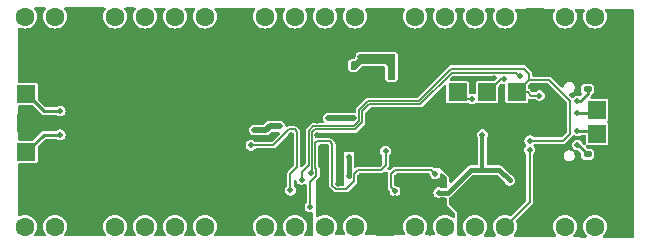
<source format=gbr>
G04 #@! TF.GenerationSoftware,KiCad,Pcbnew,8.0.6*
G04 #@! TF.CreationDate,2024-11-24T01:45:06-05:00*
G04 #@! TF.ProjectId,RPI-PICO-R3a-PUBLIC,5250492d-5049-4434-9f2d-5233612d5055,4*
G04 #@! TF.SameCoordinates,Original*
G04 #@! TF.FileFunction,Copper,L2,Bot*
G04 #@! TF.FilePolarity,Positive*
%FSLAX46Y46*%
G04 Gerber Fmt 4.6, Leading zero omitted, Abs format (unit mm)*
G04 Created by KiCad (PCBNEW 8.0.6) date 2024-11-24 01:45:06*
%MOMM*%
%LPD*%
G01*
G04 APERTURE LIST*
G04 Aperture macros list*
%AMRoundRect*
0 Rectangle with rounded corners*
0 $1 Rounding radius*
0 $2 $3 $4 $5 $6 $7 $8 $9 X,Y pos of 4 corners*
0 Add a 4 corners polygon primitive as box body*
4,1,4,$2,$3,$4,$5,$6,$7,$8,$9,$2,$3,0*
0 Add four circle primitives for the rounded corners*
1,1,$1+$1,$2,$3*
1,1,$1+$1,$4,$5*
1,1,$1+$1,$6,$7*
1,1,$1+$1,$8,$9*
0 Add four rect primitives between the rounded corners*
20,1,$1+$1,$2,$3,$4,$5,0*
20,1,$1+$1,$4,$5,$6,$7,0*
20,1,$1+$1,$6,$7,$8,$9,0*
20,1,$1+$1,$8,$9,$2,$3,0*%
G04 Aperture macros list end*
G04 #@! TA.AperFunction,ComponentPad*
%ADD10C,1.600000*%
G04 #@! TD*
G04 #@! TA.AperFunction,ComponentPad*
%ADD11R,1.600000X1.600000*%
G04 #@! TD*
G04 #@! TA.AperFunction,ComponentPad*
%ADD12O,2.100000X1.000000*%
G04 #@! TD*
G04 #@! TA.AperFunction,ComponentPad*
%ADD13O,1.800000X1.000000*%
G04 #@! TD*
G04 #@! TA.AperFunction,SMDPad,CuDef*
%ADD14R,1.500000X1.500000*%
G04 #@! TD*
G04 #@! TA.AperFunction,SMDPad,CuDef*
%ADD15RoundRect,0.135000X-0.185000X0.135000X-0.185000X-0.135000X0.185000X-0.135000X0.185000X0.135000X0*%
G04 #@! TD*
G04 #@! TA.AperFunction,SMDPad,CuDef*
%ADD16RoundRect,0.135000X0.185000X-0.135000X0.185000X0.135000X-0.185000X0.135000X-0.185000X-0.135000X0*%
G04 #@! TD*
G04 #@! TA.AperFunction,ViaPad*
%ADD17C,0.500000*%
G04 #@! TD*
G04 #@! TA.AperFunction,Conductor*
%ADD18C,0.150000*%
G04 #@! TD*
G04 #@! TA.AperFunction,Conductor*
%ADD19C,0.400000*%
G04 #@! TD*
G04 #@! TA.AperFunction,Conductor*
%ADD20C,0.300000*%
G04 #@! TD*
G04 #@! TA.AperFunction,Conductor*
%ADD21C,0.130000*%
G04 #@! TD*
G04 #@! TA.AperFunction,Conductor*
%ADD22C,0.250000*%
G04 #@! TD*
G04 #@! TA.AperFunction,Conductor*
%ADD23C,0.200000*%
G04 #@! TD*
G04 #@! TA.AperFunction,Conductor*
%ADD24C,0.500000*%
G04 #@! TD*
G04 APERTURE END LIST*
D10*
X126320000Y-113390000D03*
X128860000Y-113390000D03*
D11*
X131400000Y-113390000D03*
D10*
X133940000Y-113390000D03*
X136480000Y-113390000D03*
X139020000Y-113390000D03*
X141560000Y-113390000D03*
D11*
X144100000Y-113390000D03*
D10*
X146640000Y-113390000D03*
X149180000Y-113390000D03*
X151720000Y-113390000D03*
X154260000Y-113390000D03*
D11*
X156800000Y-113390000D03*
D10*
X159340000Y-113390000D03*
X161880000Y-113390000D03*
X164420000Y-113390000D03*
X166960000Y-113390000D03*
D11*
X169500000Y-113390000D03*
D10*
X172040000Y-113390000D03*
X174580000Y-113390000D03*
X174580000Y-95610000D03*
X172040000Y-95610000D03*
D11*
X169500000Y-95610000D03*
D10*
X166960000Y-95610000D03*
X164420000Y-95610000D03*
X161880000Y-95610000D03*
X159340000Y-95610000D03*
D11*
X156800000Y-95610000D03*
D10*
X154260000Y-95610000D03*
X151720000Y-95610000D03*
X149180000Y-95610000D03*
X146640000Y-95610000D03*
D11*
X144100000Y-95610000D03*
D10*
X141560000Y-95610000D03*
X139020000Y-95610000D03*
X136480000Y-95610000D03*
X133940000Y-95610000D03*
D11*
X131400000Y-95610000D03*
D10*
X128860000Y-95610000D03*
X126320000Y-95610000D03*
D12*
X171895000Y-108820000D03*
D13*
X176075000Y-108820000D03*
D12*
X171895000Y-100180000D03*
D13*
X176075000Y-100180000D03*
D14*
X126450000Y-102150000D03*
X126450000Y-107050000D03*
X174750000Y-105500000D03*
X167950000Y-102000000D03*
X126450000Y-104600000D03*
D15*
X173950000Y-107240000D03*
X173950000Y-108260000D03*
D14*
X174750000Y-103500000D03*
X165450000Y-102000000D03*
X171450000Y-104500000D03*
X162950000Y-102000000D03*
D16*
X173950000Y-101760000D03*
X173950000Y-100740000D03*
D17*
X154728000Y-99000000D03*
X157423000Y-100673000D03*
X157423000Y-99950000D03*
X154150000Y-99850000D03*
X161050000Y-108900000D03*
X157650000Y-110400000D03*
X165050000Y-105600000D03*
X161350000Y-110500000D03*
X167350000Y-109473000D03*
X150450000Y-111722000D03*
X156850000Y-107000000D03*
X166850000Y-100850000D03*
X153750000Y-107500000D03*
X153750000Y-109100000D03*
X169050000Y-106878000D03*
X173100000Y-106476800D03*
X145750000Y-105200000D03*
X154178000Y-104200000D03*
X147900000Y-104900000D03*
X152000000Y-104200000D03*
X148800000Y-110300000D03*
X145450000Y-106500000D03*
X173100000Y-103750000D03*
X173100000Y-105264814D03*
X129300000Y-103600000D03*
X129300000Y-105600000D03*
X173100000Y-102750000D03*
X148850000Y-105600000D03*
X162650000Y-99000000D03*
X148850000Y-104450000D03*
X161300000Y-112200000D03*
X160600000Y-95100000D03*
X169550000Y-97400000D03*
X149750000Y-112100000D03*
X165850000Y-97450000D03*
X153950000Y-110900000D03*
X156172000Y-109100000D03*
X126450000Y-103400000D03*
X163750000Y-107100000D03*
X151050000Y-103400000D03*
X127350000Y-96400000D03*
X160750000Y-102800000D03*
X128150000Y-108000000D03*
X163350000Y-97350000D03*
X135200000Y-95100000D03*
X149900000Y-103400000D03*
X142050000Y-96750000D03*
X142050000Y-112200000D03*
X149900000Y-105600000D03*
X170250000Y-100450000D03*
X141900000Y-99900000D03*
X133050000Y-111400000D03*
X151050000Y-104450000D03*
X144550000Y-101500000D03*
X147950000Y-109700000D03*
X170250000Y-103200000D03*
X148300000Y-110850000D03*
X160600000Y-113900000D03*
X144173000Y-105200000D03*
X157650000Y-111000000D03*
X166350000Y-107700000D03*
X135200000Y-97750000D03*
X149900000Y-104450000D03*
X158850000Y-96750000D03*
X141100000Y-104950000D03*
X152850000Y-109780000D03*
X173050000Y-96400000D03*
X129150000Y-106400000D03*
X152650000Y-99220000D03*
X137700000Y-97550000D03*
X140300000Y-113900000D03*
X127250000Y-112600000D03*
X132550000Y-108100000D03*
X135200000Y-113900000D03*
X151350000Y-106600000D03*
X156277000Y-101300000D03*
X160950000Y-111400000D03*
X161100000Y-97050000D03*
X159820000Y-100550000D03*
X157850000Y-109200000D03*
X147900000Y-95100000D03*
X155850000Y-103800000D03*
X148950000Y-99220000D03*
X139850000Y-97150000D03*
X160700000Y-105350000D03*
X151050000Y-105600000D03*
X126450000Y-105800000D03*
X156150000Y-107600000D03*
X131600000Y-104500000D03*
X150450000Y-95100000D03*
X166350000Y-107100000D03*
X137750000Y-95100000D03*
X148850000Y-103400000D03*
X144950000Y-107250000D03*
X154080000Y-98950000D03*
X163750000Y-107700000D03*
X144173000Y-104500000D03*
X147900000Y-113900000D03*
X156300000Y-100700000D03*
X137950000Y-111250000D03*
X159820000Y-99350000D03*
X155850000Y-104500000D03*
X156150000Y-106700000D03*
X148000000Y-98400000D03*
X166000000Y-100800000D03*
X137750000Y-113900000D03*
X140000000Y-111700000D03*
X165700000Y-95100000D03*
X163150000Y-95100000D03*
X140300000Y-95100000D03*
X150550000Y-108800000D03*
X168250000Y-100660000D03*
X149750000Y-109400000D03*
X169070000Y-106100000D03*
X169885000Y-102285000D03*
X164175000Y-102575000D03*
D18*
X157300000Y-108950000D02*
X157300000Y-110050000D01*
X160730300Y-108580300D02*
X161050000Y-108900000D01*
X157300000Y-108950000D02*
X157669700Y-108580300D01*
X157300000Y-110050000D02*
X157650000Y-110400000D01*
X157669700Y-108580300D02*
X160730300Y-108580300D01*
D19*
X166477000Y-108600000D02*
X167350000Y-109473000D01*
X165050000Y-108600000D02*
X164043600Y-108600000D01*
D20*
X165050000Y-105600000D02*
X165050000Y-108600000D01*
D19*
X165050000Y-108600000D02*
X166477000Y-108600000D01*
X164043600Y-108600000D02*
X162143600Y-110500000D01*
X162143600Y-110500000D02*
X161350000Y-110500000D01*
D21*
X156850000Y-108200000D02*
X156850000Y-107000000D01*
X150900000Y-108400000D02*
X151000000Y-108490000D01*
X150900000Y-106330000D02*
X150900000Y-108400000D01*
X154190000Y-109560000D02*
X153530000Y-110220000D01*
X154510000Y-108600000D02*
X156450000Y-108600000D01*
X154190000Y-109560000D02*
X154190000Y-108920000D01*
X151070000Y-106160000D02*
X152110000Y-106160000D01*
X152110000Y-106160000D02*
X152350000Y-106400000D01*
X152670000Y-110220000D02*
X153530000Y-110220000D01*
X152350000Y-109900000D02*
X152670000Y-110220000D01*
X151000000Y-109060000D02*
X151000000Y-108490000D01*
X151000000Y-109060000D02*
X150450000Y-109600000D01*
X156850000Y-108200000D02*
X156450000Y-108600000D01*
X152350000Y-106400000D02*
X152350000Y-109900000D01*
X151070000Y-106160000D02*
X150900000Y-106330000D01*
X154510000Y-108600000D02*
X154190000Y-108920000D01*
X150450000Y-109600000D02*
X150450000Y-111722000D01*
D22*
X165450000Y-102000800D02*
X165455600Y-102006400D01*
X165450000Y-102000000D02*
X165450000Y-102000800D01*
D23*
X166850000Y-100850000D02*
X166600000Y-100850000D01*
X166600000Y-100850000D02*
X165450000Y-102000000D01*
D19*
X153750000Y-107500000D02*
X153750000Y-109100000D01*
D18*
X166960000Y-113390000D02*
X169050000Y-111300000D01*
X169050000Y-111300000D02*
X169050000Y-106878000D01*
D22*
X173100000Y-106476800D02*
X173186800Y-106476800D01*
X173186800Y-106476800D02*
X173950000Y-107240000D01*
D24*
X145750000Y-105200000D02*
X146742600Y-105200000D01*
X154178000Y-104200000D02*
X152000000Y-104200000D01*
X146742600Y-105200000D02*
X147042600Y-104900000D01*
X147042600Y-104900000D02*
X147900000Y-104900000D01*
D21*
X149350000Y-108350000D02*
X148800000Y-108900000D01*
X149350000Y-105350000D02*
X149148000Y-105148000D01*
X149350000Y-108350000D02*
X149350000Y-105350000D01*
X148662700Y-105148000D02*
X149148000Y-105148000D01*
X148662700Y-105148000D02*
X147310700Y-106500000D01*
X148800000Y-108900000D02*
X148800000Y-110300000D01*
X147310700Y-106500000D02*
X145450000Y-106500000D01*
D22*
X174500000Y-103750000D02*
X174750000Y-103500000D01*
X173100000Y-103750000D02*
X174500000Y-103750000D01*
X173100000Y-105264814D02*
X174514814Y-105264814D01*
X174514814Y-105264814D02*
X174750000Y-105500000D01*
X129300000Y-103600000D02*
X127933200Y-103600000D01*
X127933200Y-103600000D02*
X126483200Y-102150000D01*
X126483200Y-102150000D02*
X126450000Y-102150000D01*
X127900000Y-105600000D02*
X126450000Y-107050000D01*
X129300000Y-105600000D02*
X127900000Y-105600000D01*
X173950000Y-102148000D02*
X173950000Y-101760000D01*
X173100000Y-102750000D02*
X173348000Y-102750000D01*
X173348000Y-102750000D02*
X173950000Y-102148000D01*
D21*
X154879000Y-104562800D02*
X154291800Y-105150000D01*
X150622000Y-105405000D02*
X150622000Y-108728000D01*
X154291800Y-105150000D02*
X150877000Y-105150000D01*
X150877000Y-105150000D02*
X150622000Y-105405000D01*
X159800000Y-103000000D02*
X155441800Y-103000000D01*
X167935500Y-100345500D02*
X162454500Y-100345500D01*
X154879000Y-103562800D02*
X154879000Y-104562800D01*
X168250000Y-100660000D02*
X167935500Y-100345500D01*
X155441800Y-103000000D02*
X154879000Y-103562800D01*
X150622000Y-108728000D02*
X150550000Y-108800000D01*
X162454500Y-100345500D02*
X159800000Y-103000000D01*
X170718265Y-100950000D02*
X169000000Y-100950000D01*
X169000000Y-100950000D02*
X167950000Y-102000000D01*
X169000000Y-100428000D02*
X168572000Y-100000000D01*
D18*
X169190000Y-102285000D02*
X169885000Y-102285000D01*
D21*
X171900000Y-106100000D02*
X169070000Y-106100000D01*
X172500000Y-105500000D02*
X171900000Y-106100000D01*
X154602000Y-103480500D02*
X154602000Y-104448000D01*
X149750000Y-108770000D02*
X149750000Y-109400000D01*
X172500000Y-102731735D02*
X172500000Y-105500000D01*
X150729500Y-104890500D02*
X150368000Y-105252000D01*
X150368000Y-105252000D02*
X150368000Y-108152000D01*
D18*
X167950000Y-102000000D02*
X168900000Y-102000000D01*
D21*
X154159500Y-104890500D02*
X150729500Y-104890500D01*
X154602000Y-104448000D02*
X154159500Y-104890500D01*
X169000000Y-100950000D02*
X169000000Y-100428000D01*
X172500000Y-102731735D02*
X170718265Y-100950000D01*
X168572000Y-100000000D02*
X162400000Y-100000000D01*
D18*
X168900000Y-102000000D02*
X169190000Y-102285000D01*
D21*
X162400000Y-100000000D02*
X159654000Y-102746000D01*
X155336500Y-102746000D02*
X154602000Y-103480500D01*
X150368000Y-108152000D02*
X149750000Y-108770000D01*
X159654000Y-102746000D02*
X155336500Y-102746000D01*
D23*
X163525000Y-102575000D02*
X162950000Y-102000000D01*
X164175000Y-102575000D02*
X163525000Y-102575000D01*
G04 #@! TA.AperFunction,Conductor*
G36*
X152015703Y-106445185D02*
G01*
X152036345Y-106461819D01*
X152048181Y-106473655D01*
X152081666Y-106534978D01*
X152084500Y-106561336D01*
X152084500Y-109847188D01*
X152084500Y-109952812D01*
X152124920Y-110050394D01*
X152519606Y-110445080D01*
X152519611Y-110445082D01*
X152543074Y-110454801D01*
X152543075Y-110454801D01*
X152617186Y-110485499D01*
X152617187Y-110485499D01*
X152617189Y-110485500D01*
X152617190Y-110485500D01*
X153582811Y-110485500D01*
X153582812Y-110485500D01*
X153680394Y-110445080D01*
X154415080Y-109710394D01*
X154455500Y-109612812D01*
X154455500Y-109507188D01*
X154455500Y-109081336D01*
X154475185Y-109014297D01*
X154491819Y-108993655D01*
X154583655Y-108901819D01*
X154644978Y-108868334D01*
X154671336Y-108865500D01*
X156502811Y-108865500D01*
X156502812Y-108865500D01*
X156600394Y-108825080D01*
X156665555Y-108759919D01*
X156726878Y-108726434D01*
X156753236Y-108723600D01*
X156910000Y-108723600D01*
X156977039Y-108743285D01*
X157022794Y-108796089D01*
X157032738Y-108865247D01*
X157024559Y-108895057D01*
X157024500Y-108895197D01*
X157024500Y-110104800D01*
X157058775Y-110187545D01*
X157058775Y-110187547D01*
X157066442Y-110206057D01*
X157159213Y-110298829D01*
X157192697Y-110360153D01*
X157193806Y-110391133D01*
X157194867Y-110391133D01*
X157194867Y-110399999D01*
X157213302Y-110528225D01*
X157258972Y-110628226D01*
X157267118Y-110646063D01*
X157351951Y-110743967D01*
X157460931Y-110814004D01*
X157585225Y-110850499D01*
X157585227Y-110850500D01*
X157585228Y-110850500D01*
X157714773Y-110850500D01*
X157714773Y-110850499D01*
X157839069Y-110814004D01*
X157948049Y-110743967D01*
X158032882Y-110646063D01*
X158086697Y-110528226D01*
X158105133Y-110400000D01*
X158086697Y-110271774D01*
X158032882Y-110153937D01*
X157948049Y-110056033D01*
X157839069Y-109985996D01*
X157839065Y-109985994D01*
X157839064Y-109985994D01*
X157714774Y-109949500D01*
X157714772Y-109949500D01*
X157699500Y-109949500D01*
X157632461Y-109929815D01*
X157586706Y-109877011D01*
X157575500Y-109825500D01*
X157575500Y-109115477D01*
X157595185Y-109048438D01*
X157611814Y-109027801D01*
X157747498Y-108892117D01*
X157808820Y-108858634D01*
X157835178Y-108855800D01*
X160481065Y-108855800D01*
X160548104Y-108875485D01*
X160593859Y-108928289D01*
X160603803Y-108962153D01*
X160613302Y-109028225D01*
X160666161Y-109143967D01*
X160667118Y-109146063D01*
X160751951Y-109243967D01*
X160860931Y-109314004D01*
X160970117Y-109346063D01*
X160985225Y-109350499D01*
X160985227Y-109350500D01*
X160985228Y-109350500D01*
X161114773Y-109350500D01*
X161114773Y-109350499D01*
X161239069Y-109314004D01*
X161348049Y-109243967D01*
X161432882Y-109146063D01*
X161486697Y-109028226D01*
X161497391Y-108953844D01*
X161526415Y-108890289D01*
X161585193Y-108852514D01*
X161655063Y-108852514D01*
X161707810Y-108883810D01*
X162011281Y-109187281D01*
X162044766Y-109248604D01*
X162047600Y-109274962D01*
X162047600Y-109975500D01*
X162027915Y-110042539D01*
X161975111Y-110088294D01*
X161923600Y-110099500D01*
X161595614Y-110099500D01*
X161544106Y-110088296D01*
X161539067Y-110085995D01*
X161414774Y-110049500D01*
X161414772Y-110049500D01*
X161285228Y-110049500D01*
X161285226Y-110049500D01*
X161160935Y-110085994D01*
X161160932Y-110085995D01*
X161160931Y-110085996D01*
X161109677Y-110118934D01*
X161051950Y-110156033D01*
X160967118Y-110253937D01*
X160967117Y-110253938D01*
X160913302Y-110371774D01*
X160894867Y-110500000D01*
X160913302Y-110628225D01*
X160921449Y-110646063D01*
X160967118Y-110746063D01*
X161051951Y-110843967D01*
X161160931Y-110914004D01*
X161285225Y-110950499D01*
X161285227Y-110950500D01*
X161285228Y-110950500D01*
X161414773Y-110950500D01*
X161414773Y-110950499D01*
X161539069Y-110914004D01*
X161539073Y-110914000D01*
X161544106Y-110911704D01*
X161595614Y-110900500D01*
X161923600Y-110900500D01*
X161990639Y-110920185D01*
X162036394Y-110972989D01*
X162047600Y-111024500D01*
X162047600Y-111523600D01*
X162711281Y-112187281D01*
X162744766Y-112248604D01*
X162747600Y-112274962D01*
X162747600Y-112545554D01*
X162727915Y-112612593D01*
X162675111Y-112658348D01*
X162605953Y-112668292D01*
X162544935Y-112641407D01*
X162449736Y-112563280D01*
X162438538Y-112554090D01*
X162438536Y-112554089D01*
X162438532Y-112554086D01*
X162264733Y-112461188D01*
X162264727Y-112461186D01*
X162076132Y-112403976D01*
X162076129Y-112403975D01*
X161880000Y-112384659D01*
X161683870Y-112403975D01*
X161495266Y-112461188D01*
X161321467Y-112554086D01*
X161321460Y-112554090D01*
X161169116Y-112679116D01*
X161044090Y-112831460D01*
X161044086Y-112831467D01*
X160951188Y-113005266D01*
X160893975Y-113193870D01*
X160874659Y-113390000D01*
X160893975Y-113586129D01*
X160951188Y-113774732D01*
X161040139Y-113941147D01*
X161054381Y-114009549D01*
X161029381Y-114074793D01*
X160973076Y-114116164D01*
X160930781Y-114123600D01*
X160289219Y-114123600D01*
X160222180Y-114103915D01*
X160176425Y-114051111D01*
X160166481Y-113981953D01*
X160179861Y-113941147D01*
X160268811Y-113774732D01*
X160268814Y-113774727D01*
X160326024Y-113586132D01*
X160345341Y-113390000D01*
X160326024Y-113193868D01*
X160268814Y-113005273D01*
X160268811Y-113005269D01*
X160268811Y-113005266D01*
X160175913Y-112831467D01*
X160175909Y-112831460D01*
X160050883Y-112679116D01*
X159898539Y-112554090D01*
X159898532Y-112554086D01*
X159724733Y-112461188D01*
X159724727Y-112461186D01*
X159536132Y-112403976D01*
X159536129Y-112403975D01*
X159340000Y-112384659D01*
X159143870Y-112403975D01*
X158955266Y-112461188D01*
X158781467Y-112554086D01*
X158781460Y-112554090D01*
X158629116Y-112679116D01*
X158504090Y-112831460D01*
X158504086Y-112831467D01*
X158411188Y-113005266D01*
X158353975Y-113193870D01*
X158334659Y-113390000D01*
X158353975Y-113586129D01*
X158411188Y-113774732D01*
X158500139Y-113941147D01*
X158514381Y-114009549D01*
X158489381Y-114074793D01*
X158433076Y-114116164D01*
X158390781Y-114123600D01*
X155209219Y-114123600D01*
X155142180Y-114103915D01*
X155096425Y-114051111D01*
X155086481Y-113981953D01*
X155099861Y-113941147D01*
X155188811Y-113774732D01*
X155188814Y-113774727D01*
X155246024Y-113586132D01*
X155265341Y-113390000D01*
X155246024Y-113193868D01*
X155188814Y-113005273D01*
X155188811Y-113005269D01*
X155188811Y-113005266D01*
X155095913Y-112831467D01*
X155095909Y-112831460D01*
X154970883Y-112679116D01*
X154818539Y-112554090D01*
X154818532Y-112554086D01*
X154644733Y-112461188D01*
X154644727Y-112461186D01*
X154456132Y-112403976D01*
X154456129Y-112403975D01*
X154260000Y-112384659D01*
X154063870Y-112403975D01*
X153875266Y-112461188D01*
X153701467Y-112554086D01*
X153701460Y-112554090D01*
X153549116Y-112679116D01*
X153424090Y-112831460D01*
X153424086Y-112831467D01*
X153331188Y-113005266D01*
X153273975Y-113193870D01*
X153254659Y-113390000D01*
X153273975Y-113586129D01*
X153331188Y-113774732D01*
X153420139Y-113941147D01*
X153434381Y-114009549D01*
X153409381Y-114074793D01*
X153353076Y-114116164D01*
X153310781Y-114123600D01*
X152669219Y-114123600D01*
X152602180Y-114103915D01*
X152556425Y-114051111D01*
X152546481Y-113981953D01*
X152559861Y-113941147D01*
X152648811Y-113774732D01*
X152648814Y-113774727D01*
X152706024Y-113586132D01*
X152725341Y-113390000D01*
X152706024Y-113193868D01*
X152648814Y-113005273D01*
X152648811Y-113005269D01*
X152648811Y-113005266D01*
X152555913Y-112831467D01*
X152555909Y-112831460D01*
X152430883Y-112679116D01*
X152278539Y-112554090D01*
X152278532Y-112554086D01*
X152104733Y-112461188D01*
X152104727Y-112461186D01*
X151916132Y-112403976D01*
X151916129Y-112403975D01*
X151720000Y-112384659D01*
X151523870Y-112403975D01*
X151335266Y-112461188D01*
X151161467Y-112554086D01*
X151161455Y-112554093D01*
X151150262Y-112563280D01*
X151085951Y-112590592D01*
X151017084Y-112578798D01*
X150965525Y-112531645D01*
X150947600Y-112467425D01*
X150947600Y-109535552D01*
X150967285Y-109468513D01*
X150984720Y-109447077D01*
X151139976Y-109294643D01*
X151144526Y-109290946D01*
X151150391Y-109285080D01*
X151150393Y-109285080D01*
X151186528Y-109248943D01*
X151187118Y-109248358D01*
X151223691Y-109212452D01*
X151223691Y-109212450D01*
X151223727Y-109212416D01*
X151224055Y-109211926D01*
X151224666Y-109211020D01*
X151225058Y-109210443D01*
X151225077Y-109210395D01*
X151225080Y-109210393D01*
X151244647Y-109163151D01*
X151244977Y-109162363D01*
X151265004Y-109115245D01*
X151265004Y-109115241D01*
X151265025Y-109115192D01*
X151265161Y-109114513D01*
X151265377Y-109113449D01*
X151265500Y-109112858D01*
X151265500Y-109061775D01*
X151265505Y-109060637D01*
X151265617Y-109048438D01*
X151265973Y-109009626D01*
X151265972Y-109009624D01*
X151266048Y-109001347D01*
X151265500Y-108995493D01*
X151265500Y-108554344D01*
X151266780Y-108536572D01*
X151267908Y-108528782D01*
X151265671Y-108486277D01*
X151265500Y-108479760D01*
X151265500Y-108437188D01*
X151264112Y-108430211D01*
X151262356Y-108423305D01*
X151244022Y-108384890D01*
X151241377Y-108378954D01*
X151225080Y-108339607D01*
X151221111Y-108333669D01*
X151216867Y-108327987D01*
X151206547Y-108318699D01*
X151169886Y-108259220D01*
X151165500Y-108226531D01*
X151165500Y-106549500D01*
X151185185Y-106482461D01*
X151237989Y-106436706D01*
X151289500Y-106425500D01*
X151948664Y-106425500D01*
X152015703Y-106445185D01*
G37*
G04 #@! TD.AperFunction*
G04 #@! TA.AperFunction,Conductor*
G36*
X127966704Y-94802355D02*
G01*
X128033685Y-94822230D01*
X128079290Y-94875164D01*
X128089037Y-94944350D01*
X128062204Y-95005019D01*
X128024090Y-95051461D01*
X128024086Y-95051467D01*
X127931188Y-95225266D01*
X127873975Y-95413870D01*
X127854659Y-95610000D01*
X127873975Y-95806129D01*
X127931188Y-95994733D01*
X128024086Y-96168532D01*
X128024090Y-96168539D01*
X128149116Y-96320883D01*
X128301460Y-96445909D01*
X128301467Y-96445913D01*
X128475266Y-96538811D01*
X128475269Y-96538811D01*
X128475273Y-96538814D01*
X128663868Y-96596024D01*
X128860000Y-96615341D01*
X129056132Y-96596024D01*
X129244727Y-96538814D01*
X129261614Y-96529788D01*
X129418532Y-96445913D01*
X129418538Y-96445910D01*
X129570883Y-96320883D01*
X129695910Y-96168538D01*
X129788814Y-95994727D01*
X129846024Y-95806132D01*
X129865341Y-95610000D01*
X129846024Y-95413868D01*
X129788814Y-95225273D01*
X129788811Y-95225269D01*
X129788811Y-95225266D01*
X129695913Y-95051467D01*
X129695913Y-95051466D01*
X129695907Y-95051459D01*
X129661967Y-95010103D01*
X129634656Y-94945793D01*
X129646447Y-94876926D01*
X129693600Y-94825366D01*
X129758170Y-94807439D01*
X133034902Y-94816739D01*
X133101881Y-94836613D01*
X133147486Y-94889547D01*
X133157233Y-94958733D01*
X133130400Y-95019402D01*
X133104090Y-95051460D01*
X133104086Y-95051467D01*
X133011188Y-95225266D01*
X132953975Y-95413870D01*
X132934659Y-95610000D01*
X132953975Y-95806129D01*
X133011188Y-95994733D01*
X133104086Y-96168532D01*
X133104090Y-96168539D01*
X133229116Y-96320883D01*
X133381460Y-96445909D01*
X133381467Y-96445913D01*
X133555266Y-96538811D01*
X133555269Y-96538811D01*
X133555273Y-96538814D01*
X133743868Y-96596024D01*
X133940000Y-96615341D01*
X134136132Y-96596024D01*
X134324727Y-96538814D01*
X134341614Y-96529788D01*
X134498532Y-96445913D01*
X134498538Y-96445910D01*
X134650883Y-96320883D01*
X134775910Y-96168538D01*
X134868814Y-95994727D01*
X134926024Y-95806132D01*
X134945341Y-95610000D01*
X134926024Y-95413868D01*
X134868814Y-95225273D01*
X134868811Y-95225269D01*
X134868811Y-95225266D01*
X134775913Y-95051467D01*
X134775912Y-95051466D01*
X134775910Y-95051462D01*
X134753827Y-95024554D01*
X134726515Y-94960246D01*
X134738306Y-94891378D01*
X134785457Y-94839818D01*
X134850030Y-94821890D01*
X135568998Y-94823931D01*
X135635978Y-94843805D01*
X135681583Y-94896739D01*
X135691330Y-94965925D01*
X135664499Y-95026592D01*
X135644089Y-95051462D01*
X135644086Y-95051467D01*
X135551188Y-95225266D01*
X135493975Y-95413870D01*
X135474659Y-95610000D01*
X135493975Y-95806129D01*
X135551188Y-95994733D01*
X135644086Y-96168532D01*
X135644090Y-96168539D01*
X135769116Y-96320883D01*
X135921460Y-96445909D01*
X135921467Y-96445913D01*
X136095266Y-96538811D01*
X136095269Y-96538811D01*
X136095273Y-96538814D01*
X136283868Y-96596024D01*
X136480000Y-96615341D01*
X136676132Y-96596024D01*
X136864727Y-96538814D01*
X136881614Y-96529788D01*
X137038532Y-96445913D01*
X137038538Y-96445910D01*
X137190883Y-96320883D01*
X137315910Y-96168538D01*
X137408814Y-95994727D01*
X137466024Y-95806132D01*
X137485341Y-95610000D01*
X137466024Y-95413868D01*
X137408814Y-95225273D01*
X137408811Y-95225269D01*
X137408811Y-95225266D01*
X137315913Y-95051467D01*
X137315909Y-95051461D01*
X137315907Y-95051459D01*
X137310002Y-95044263D01*
X137299757Y-95031779D01*
X137272445Y-94967469D01*
X137284236Y-94898602D01*
X137331389Y-94847042D01*
X137395959Y-94829116D01*
X138103097Y-94831122D01*
X138170077Y-94850997D01*
X138215682Y-94903931D01*
X138225429Y-94973117D01*
X138198595Y-95033787D01*
X138184091Y-95051460D01*
X138184086Y-95051467D01*
X138091188Y-95225266D01*
X138033975Y-95413870D01*
X138014659Y-95610000D01*
X138033975Y-95806129D01*
X138091188Y-95994733D01*
X138184086Y-96168532D01*
X138184090Y-96168539D01*
X138309116Y-96320883D01*
X138461460Y-96445909D01*
X138461467Y-96445913D01*
X138635266Y-96538811D01*
X138635269Y-96538811D01*
X138635273Y-96538814D01*
X138823868Y-96596024D01*
X139020000Y-96615341D01*
X139216132Y-96596024D01*
X139404727Y-96538814D01*
X139421614Y-96529788D01*
X139578532Y-96445913D01*
X139578538Y-96445910D01*
X139730883Y-96320883D01*
X139855910Y-96168538D01*
X139948814Y-95994727D01*
X140006024Y-95806132D01*
X140025341Y-95610000D01*
X140006024Y-95413868D01*
X139948814Y-95225273D01*
X139948811Y-95225269D01*
X139948811Y-95225266D01*
X139855913Y-95051467D01*
X139855912Y-95051466D01*
X139855910Y-95051462D01*
X139845686Y-95039004D01*
X139818374Y-94974696D01*
X139830165Y-94905828D01*
X139877316Y-94854268D01*
X139941886Y-94836341D01*
X140637193Y-94838314D01*
X140704174Y-94858189D01*
X140749779Y-94911123D01*
X140759526Y-94980309D01*
X140732695Y-95040976D01*
X140724089Y-95051462D01*
X140724086Y-95051467D01*
X140631188Y-95225266D01*
X140573975Y-95413870D01*
X140554659Y-95610000D01*
X140573975Y-95806129D01*
X140631188Y-95994733D01*
X140724086Y-96168532D01*
X140724090Y-96168539D01*
X140849116Y-96320883D01*
X141001460Y-96445909D01*
X141001467Y-96445913D01*
X141175266Y-96538811D01*
X141175269Y-96538811D01*
X141175273Y-96538814D01*
X141363868Y-96596024D01*
X141560000Y-96615341D01*
X141756132Y-96596024D01*
X141944727Y-96538814D01*
X141961614Y-96529788D01*
X142118532Y-96445913D01*
X142118538Y-96445910D01*
X142270883Y-96320883D01*
X142395910Y-96168538D01*
X142488814Y-95994727D01*
X142546024Y-95806132D01*
X142565341Y-95610000D01*
X142546024Y-95413868D01*
X142488814Y-95225273D01*
X142488811Y-95225269D01*
X142488811Y-95225266D01*
X142395913Y-95051467D01*
X142395908Y-95051459D01*
X142391619Y-95046233D01*
X142364304Y-94981924D01*
X142376094Y-94913056D01*
X142423244Y-94861495D01*
X142487819Y-94843566D01*
X145705386Y-94852698D01*
X145772369Y-94872573D01*
X145817974Y-94925507D01*
X145827721Y-94994693D01*
X145805468Y-95045059D01*
X145807473Y-95046399D01*
X145804086Y-95051467D01*
X145711188Y-95225266D01*
X145653975Y-95413870D01*
X145634659Y-95610000D01*
X145653975Y-95806129D01*
X145711188Y-95994733D01*
X145804086Y-96168532D01*
X145804090Y-96168539D01*
X145929116Y-96320883D01*
X146081460Y-96445909D01*
X146081467Y-96445913D01*
X146255266Y-96538811D01*
X146255269Y-96538811D01*
X146255273Y-96538814D01*
X146443868Y-96596024D01*
X146640000Y-96615341D01*
X146836132Y-96596024D01*
X147024727Y-96538814D01*
X147041614Y-96529788D01*
X147198532Y-96445913D01*
X147198538Y-96445910D01*
X147350883Y-96320883D01*
X147475910Y-96168538D01*
X147568814Y-95994727D01*
X147626024Y-95806132D01*
X147645341Y-95610000D01*
X147626024Y-95413868D01*
X147568814Y-95225273D01*
X147568811Y-95225269D01*
X147568811Y-95225266D01*
X147475913Y-95051467D01*
X147475540Y-95050908D01*
X147475434Y-95050570D01*
X147473039Y-95046089D01*
X147473888Y-95045634D01*
X147454661Y-94984231D01*
X147473144Y-94916850D01*
X147525122Y-94870159D01*
X147578990Y-94858015D01*
X148240458Y-94859892D01*
X148307439Y-94879767D01*
X148353044Y-94932701D01*
X148362791Y-95001887D01*
X148345985Y-95045567D01*
X148346961Y-95046089D01*
X148251188Y-95225266D01*
X148193975Y-95413870D01*
X148174659Y-95610000D01*
X148193975Y-95806129D01*
X148251188Y-95994733D01*
X148344086Y-96168532D01*
X148344090Y-96168539D01*
X148469116Y-96320883D01*
X148621460Y-96445909D01*
X148621467Y-96445913D01*
X148795266Y-96538811D01*
X148795269Y-96538811D01*
X148795273Y-96538814D01*
X148983868Y-96596024D01*
X149180000Y-96615341D01*
X149376132Y-96596024D01*
X149564727Y-96538814D01*
X149581614Y-96529788D01*
X149738532Y-96445913D01*
X149738538Y-96445910D01*
X149890883Y-96320883D01*
X150015910Y-96168538D01*
X150108814Y-95994727D01*
X150166024Y-95806132D01*
X150185341Y-95610000D01*
X150166024Y-95413868D01*
X150108814Y-95225273D01*
X150108810Y-95225266D01*
X150013894Y-95047689D01*
X149999652Y-94979286D01*
X150024652Y-94914043D01*
X150080957Y-94872672D01*
X150123597Y-94865237D01*
X150776112Y-94867089D01*
X150843092Y-94886963D01*
X150888697Y-94939897D01*
X150898444Y-95009083D01*
X150885116Y-95049541D01*
X150791187Y-95225271D01*
X150733975Y-95413870D01*
X150714659Y-95610000D01*
X150733975Y-95806129D01*
X150791188Y-95994733D01*
X150884086Y-96168532D01*
X150884090Y-96168539D01*
X151009116Y-96320883D01*
X151161460Y-96445909D01*
X151161467Y-96445913D01*
X151335266Y-96538811D01*
X151335269Y-96538811D01*
X151335273Y-96538814D01*
X151523868Y-96596024D01*
X151720000Y-96615341D01*
X151916132Y-96596024D01*
X152104727Y-96538814D01*
X152121614Y-96529788D01*
X152278532Y-96445913D01*
X152278538Y-96445910D01*
X152430883Y-96320883D01*
X152555910Y-96168538D01*
X152648814Y-95994727D01*
X152706024Y-95806132D01*
X152725341Y-95610000D01*
X152706024Y-95413868D01*
X152648814Y-95225273D01*
X152648810Y-95225266D01*
X152557753Y-95054909D01*
X152543511Y-94986507D01*
X152568511Y-94921263D01*
X152624816Y-94879892D01*
X152667458Y-94872456D01*
X153312264Y-94874286D01*
X153379245Y-94894161D01*
X153424850Y-94947095D01*
X153434597Y-95016281D01*
X153421268Y-95056739D01*
X153331188Y-95225266D01*
X153273975Y-95413870D01*
X153254659Y-95610000D01*
X153273975Y-95806129D01*
X153331188Y-95994733D01*
X153424086Y-96168532D01*
X153424090Y-96168539D01*
X153549116Y-96320883D01*
X153701460Y-96445909D01*
X153701467Y-96445913D01*
X153875266Y-96538811D01*
X153875269Y-96538811D01*
X153875273Y-96538814D01*
X154063868Y-96596024D01*
X154260000Y-96615341D01*
X154456132Y-96596024D01*
X154644727Y-96538814D01*
X154661614Y-96529788D01*
X154818532Y-96445913D01*
X154818538Y-96445910D01*
X154970883Y-96320883D01*
X155095910Y-96168538D01*
X155188814Y-95994727D01*
X155246024Y-95806132D01*
X155265341Y-95610000D01*
X155246024Y-95413868D01*
X155188814Y-95225273D01*
X155188810Y-95225266D01*
X155101612Y-95062129D01*
X155087370Y-94993727D01*
X155112370Y-94928483D01*
X155168675Y-94887112D01*
X155211320Y-94879676D01*
X158384570Y-94888681D01*
X158451550Y-94908556D01*
X158497155Y-94961490D01*
X158506902Y-95030676D01*
X158493574Y-95071133D01*
X158411188Y-95225268D01*
X158353975Y-95413870D01*
X158334659Y-95610000D01*
X158353975Y-95806129D01*
X158411188Y-95994733D01*
X158504086Y-96168532D01*
X158504090Y-96168539D01*
X158629116Y-96320883D01*
X158781460Y-96445909D01*
X158781467Y-96445913D01*
X158955266Y-96538811D01*
X158955269Y-96538811D01*
X158955273Y-96538814D01*
X159143868Y-96596024D01*
X159340000Y-96615341D01*
X159536132Y-96596024D01*
X159724727Y-96538814D01*
X159741614Y-96529788D01*
X159898532Y-96445913D01*
X159898538Y-96445910D01*
X160050883Y-96320883D01*
X160175910Y-96168538D01*
X160268814Y-95994727D01*
X160326024Y-95806132D01*
X160345341Y-95610000D01*
X160326024Y-95413868D01*
X160268814Y-95225273D01*
X160268810Y-95225266D01*
X160189330Y-95076568D01*
X160175088Y-95008166D01*
X160200088Y-94942922D01*
X160256393Y-94901551D01*
X160299038Y-94894115D01*
X160920721Y-94895879D01*
X160987703Y-94915754D01*
X161033308Y-94968688D01*
X161043055Y-95037874D01*
X161029727Y-95078332D01*
X160951187Y-95225271D01*
X160893975Y-95413870D01*
X160874659Y-95610000D01*
X160893975Y-95806129D01*
X160951188Y-95994733D01*
X161044086Y-96168532D01*
X161044090Y-96168539D01*
X161169116Y-96320883D01*
X161321460Y-96445909D01*
X161321467Y-96445913D01*
X161495266Y-96538811D01*
X161495269Y-96538811D01*
X161495273Y-96538814D01*
X161683868Y-96596024D01*
X161880000Y-96615341D01*
X162076132Y-96596024D01*
X162264727Y-96538814D01*
X162281614Y-96529788D01*
X162438532Y-96445913D01*
X162438538Y-96445910D01*
X162590883Y-96320883D01*
X162715910Y-96168538D01*
X162808814Y-95994727D01*
X162866024Y-95806132D01*
X162885341Y-95610000D01*
X162866024Y-95413868D01*
X162808814Y-95225273D01*
X162808811Y-95225269D01*
X162808811Y-95225266D01*
X162733189Y-95083787D01*
X162718947Y-95015384D01*
X162743947Y-94950140D01*
X162800252Y-94908770D01*
X162842894Y-94901334D01*
X163456873Y-94903077D01*
X163523856Y-94922952D01*
X163569461Y-94975886D01*
X163579208Y-95045072D01*
X163565879Y-95085530D01*
X163491188Y-95225266D01*
X163433975Y-95413870D01*
X163414659Y-95610000D01*
X163433975Y-95806129D01*
X163491188Y-95994733D01*
X163584086Y-96168532D01*
X163584090Y-96168539D01*
X163709116Y-96320883D01*
X163861460Y-96445909D01*
X163861467Y-96445913D01*
X164035266Y-96538811D01*
X164035269Y-96538811D01*
X164035273Y-96538814D01*
X164223868Y-96596024D01*
X164420000Y-96615341D01*
X164616132Y-96596024D01*
X164804727Y-96538814D01*
X164821614Y-96529788D01*
X164978532Y-96445913D01*
X164978538Y-96445910D01*
X165130883Y-96320883D01*
X165255910Y-96168538D01*
X165348814Y-95994727D01*
X165406024Y-95806132D01*
X165425341Y-95610000D01*
X165406024Y-95413868D01*
X165348814Y-95225273D01*
X165348811Y-95225269D01*
X165348811Y-95225266D01*
X165277048Y-95091006D01*
X165262806Y-95022603D01*
X165287806Y-94957359D01*
X165344111Y-94915989D01*
X165386751Y-94908554D01*
X165993028Y-94910274D01*
X166060009Y-94930149D01*
X166105614Y-94983083D01*
X166115361Y-95052269D01*
X166102032Y-95092727D01*
X166031188Y-95225266D01*
X165973975Y-95413870D01*
X165954659Y-95610000D01*
X165973975Y-95806129D01*
X166031188Y-95994733D01*
X166124086Y-96168532D01*
X166124090Y-96168539D01*
X166249116Y-96320883D01*
X166401460Y-96445909D01*
X166401467Y-96445913D01*
X166575266Y-96538811D01*
X166575269Y-96538811D01*
X166575273Y-96538814D01*
X166763868Y-96596024D01*
X166960000Y-96615341D01*
X167156132Y-96596024D01*
X167344727Y-96538814D01*
X167361614Y-96529788D01*
X167518532Y-96445913D01*
X167518538Y-96445910D01*
X167670883Y-96320883D01*
X167795910Y-96168538D01*
X167888814Y-95994727D01*
X167946024Y-95806132D01*
X167965341Y-95610000D01*
X167946024Y-95413868D01*
X167888814Y-95225273D01*
X167888810Y-95225266D01*
X167820906Y-95098225D01*
X167806664Y-95029822D01*
X167831664Y-94964579D01*
X167887969Y-94923208D01*
X167930606Y-94915773D01*
X171065335Y-94924670D01*
X171132315Y-94944544D01*
X171177920Y-94997478D01*
X171187667Y-95066664D01*
X171174338Y-95107122D01*
X171111188Y-95225266D01*
X171053975Y-95413870D01*
X171034659Y-95610000D01*
X171053975Y-95806129D01*
X171111188Y-95994733D01*
X171204086Y-96168532D01*
X171204090Y-96168539D01*
X171329116Y-96320883D01*
X171481460Y-96445909D01*
X171481467Y-96445913D01*
X171655266Y-96538811D01*
X171655269Y-96538811D01*
X171655273Y-96538814D01*
X171843868Y-96596024D01*
X172040000Y-96615341D01*
X172236132Y-96596024D01*
X172424727Y-96538814D01*
X172441614Y-96529788D01*
X172598532Y-96445913D01*
X172598538Y-96445910D01*
X172750883Y-96320883D01*
X172875910Y-96168538D01*
X172968814Y-95994727D01*
X173026024Y-95806132D01*
X173045341Y-95610000D01*
X173026024Y-95413868D01*
X172968814Y-95225273D01*
X172968810Y-95225266D01*
X172908624Y-95112665D01*
X172894382Y-95044263D01*
X172919382Y-94979019D01*
X172975687Y-94937648D01*
X173018329Y-94930212D01*
X173601486Y-94931867D01*
X173668467Y-94951742D01*
X173714072Y-95004676D01*
X173723819Y-95073862D01*
X173710491Y-95114319D01*
X173651188Y-95225268D01*
X173593975Y-95413870D01*
X173574659Y-95610000D01*
X173593975Y-95806129D01*
X173651188Y-95994733D01*
X173744086Y-96168532D01*
X173744090Y-96168539D01*
X173869116Y-96320883D01*
X174021460Y-96445909D01*
X174021467Y-96445913D01*
X174195266Y-96538811D01*
X174195269Y-96538811D01*
X174195273Y-96538814D01*
X174383868Y-96596024D01*
X174580000Y-96615341D01*
X174776132Y-96596024D01*
X174964727Y-96538814D01*
X174981614Y-96529788D01*
X175138532Y-96445913D01*
X175138538Y-96445910D01*
X175290883Y-96320883D01*
X175415910Y-96168538D01*
X175508814Y-95994727D01*
X175566024Y-95806132D01*
X175585341Y-95610000D01*
X175566024Y-95413868D01*
X175508814Y-95225273D01*
X175508810Y-95225266D01*
X175452483Y-95119884D01*
X175438241Y-95051481D01*
X175463241Y-94986238D01*
X175519546Y-94944867D01*
X175562186Y-94937432D01*
X177767913Y-94943692D01*
X177834896Y-94963567D01*
X177880501Y-95016501D01*
X177891561Y-95067692D01*
X177891561Y-114218809D01*
X177871876Y-114285848D01*
X177819072Y-114331603D01*
X177766333Y-114342803D01*
X175370329Y-114319081D01*
X175303488Y-114298734D01*
X175258258Y-114245479D01*
X175249000Y-114176226D01*
X175278653Y-114112960D01*
X175286643Y-114105258D01*
X175286576Y-114105191D01*
X175290881Y-114100885D01*
X175291119Y-114100596D01*
X175415910Y-113948538D01*
X175508814Y-113774727D01*
X175566024Y-113586132D01*
X175585341Y-113390000D01*
X175566024Y-113193868D01*
X175508814Y-113005273D01*
X175508811Y-113005269D01*
X175508811Y-113005266D01*
X175415913Y-112831467D01*
X175415909Y-112831460D01*
X175290883Y-112679116D01*
X175138539Y-112554090D01*
X175138532Y-112554086D01*
X174964733Y-112461188D01*
X174964727Y-112461186D01*
X174776132Y-112403976D01*
X174776129Y-112403975D01*
X174580000Y-112384659D01*
X174383870Y-112403975D01*
X174195266Y-112461188D01*
X174021467Y-112554086D01*
X174021460Y-112554090D01*
X173869116Y-112679116D01*
X173744090Y-112831460D01*
X173744086Y-112831467D01*
X173651188Y-113005266D01*
X173593975Y-113193870D01*
X173574659Y-113390000D01*
X173593975Y-113586129D01*
X173651188Y-113774733D01*
X173744086Y-113948532D01*
X173744090Y-113948539D01*
X173868881Y-114100596D01*
X173896194Y-114164906D01*
X173884403Y-114233773D01*
X173837251Y-114285334D01*
X173771800Y-114303255D01*
X172853206Y-114294161D01*
X172786365Y-114273814D01*
X172741135Y-114220559D01*
X172731877Y-114151306D01*
X172758579Y-114091505D01*
X172875910Y-113948538D01*
X172968814Y-113774727D01*
X173026024Y-113586132D01*
X173045341Y-113390000D01*
X173026024Y-113193868D01*
X172968814Y-113005273D01*
X172968811Y-113005269D01*
X172968811Y-113005266D01*
X172875913Y-112831467D01*
X172875909Y-112831460D01*
X172750883Y-112679116D01*
X172598539Y-112554090D01*
X172598532Y-112554086D01*
X172424733Y-112461188D01*
X172424727Y-112461186D01*
X172236132Y-112403976D01*
X172236129Y-112403975D01*
X172040000Y-112384659D01*
X171843870Y-112403975D01*
X171655266Y-112461188D01*
X171481467Y-112554086D01*
X171481460Y-112554090D01*
X171329116Y-112679116D01*
X171204090Y-112831460D01*
X171204086Y-112831467D01*
X171111188Y-113005266D01*
X171053975Y-113193870D01*
X171034659Y-113390000D01*
X171053975Y-113586129D01*
X171111188Y-113774733D01*
X171204086Y-113948532D01*
X171204090Y-113948539D01*
X171308075Y-114075244D01*
X171335388Y-114139554D01*
X171323597Y-114208421D01*
X171276445Y-114259982D01*
X171210994Y-114277903D01*
X167814148Y-114244274D01*
X167747307Y-114223927D01*
X167702077Y-114170672D01*
X167692819Y-114101419D01*
X167719523Y-114041615D01*
X167759111Y-113993378D01*
X167795910Y-113948538D01*
X167888814Y-113774727D01*
X167946024Y-113586132D01*
X167965341Y-113390000D01*
X167946024Y-113193868D01*
X167888814Y-113005273D01*
X167878359Y-112985714D01*
X167864115Y-112917313D01*
X167889114Y-112852069D01*
X167900027Y-112839586D01*
X169283557Y-111456059D01*
X169315876Y-111378033D01*
X169325500Y-111354800D01*
X169325500Y-107327399D01*
X171919500Y-107327399D01*
X171919500Y-107452601D01*
X171951905Y-107573536D01*
X172014505Y-107681964D01*
X172103036Y-107770495D01*
X172211464Y-107833095D01*
X172332399Y-107865500D01*
X172332401Y-107865500D01*
X172457599Y-107865500D01*
X172457601Y-107865500D01*
X172578536Y-107833095D01*
X172686964Y-107770495D01*
X172775495Y-107681964D01*
X172838095Y-107573536D01*
X172870500Y-107452601D01*
X172870500Y-107327399D01*
X172838095Y-107206464D01*
X172775495Y-107098036D01*
X172766215Y-107088756D01*
X172732730Y-107027433D01*
X172737714Y-106957741D01*
X172746600Y-106945870D01*
X172734763Y-106959531D01*
X172667724Y-106979215D01*
X172605726Y-106962603D01*
X172578536Y-106946905D01*
X172578537Y-106946905D01*
X172505370Y-106927300D01*
X172457601Y-106914500D01*
X172332399Y-106914500D01*
X172284630Y-106927300D01*
X172211463Y-106946905D01*
X172103037Y-107009504D01*
X172103034Y-107009506D01*
X172014506Y-107098034D01*
X172014504Y-107098037D01*
X171951905Y-107206463D01*
X171951905Y-107206464D01*
X171919500Y-107327399D01*
X169325500Y-107327399D01*
X169325500Y-107294238D01*
X169345185Y-107227199D01*
X169355777Y-107213047D01*
X169432882Y-107124063D01*
X169486697Y-107006226D01*
X169505133Y-106878000D01*
X169486697Y-106749774D01*
X169432882Y-106631937D01*
X169432880Y-106631935D01*
X169432879Y-106631932D01*
X169389389Y-106581741D01*
X169360365Y-106518185D01*
X169370309Y-106449027D01*
X169389389Y-106419338D01*
X169398960Y-106408292D01*
X169457740Y-106370521D01*
X169492670Y-106365500D01*
X171952811Y-106365500D01*
X171952812Y-106365500D01*
X172050394Y-106325080D01*
X172709831Y-105665642D01*
X172771152Y-105632159D01*
X172840843Y-105637143D01*
X172864544Y-105649007D01*
X172910931Y-105678818D01*
X172910933Y-105678818D01*
X172910934Y-105678819D01*
X172973079Y-105697066D01*
X173031822Y-105714314D01*
X173035225Y-105715313D01*
X173035227Y-105715314D01*
X173035228Y-105715314D01*
X173164773Y-105715314D01*
X173164773Y-105715313D01*
X173289069Y-105678818D01*
X173396155Y-105609997D01*
X173463194Y-105590314D01*
X173675500Y-105590314D01*
X173742539Y-105609999D01*
X173788294Y-105662803D01*
X173799500Y-105714314D01*
X173799500Y-106269749D01*
X173808998Y-106317503D01*
X173802769Y-106387094D01*
X173759905Y-106442271D01*
X173694015Y-106465514D01*
X173626018Y-106449445D01*
X173599704Y-106429377D01*
X173566470Y-106396143D01*
X173542472Y-106355687D01*
X173540382Y-106356642D01*
X173500698Y-106269748D01*
X173482882Y-106230737D01*
X173398049Y-106132833D01*
X173289069Y-106062796D01*
X173289065Y-106062794D01*
X173289064Y-106062794D01*
X173164774Y-106026300D01*
X173164772Y-106026300D01*
X173035228Y-106026300D01*
X173035226Y-106026300D01*
X172910935Y-106062794D01*
X172910932Y-106062795D01*
X172910931Y-106062796D01*
X172884449Y-106079815D01*
X172801950Y-106132833D01*
X172717118Y-106230737D01*
X172717117Y-106230738D01*
X172663302Y-106348574D01*
X172644867Y-106476800D01*
X172663302Y-106605025D01*
X172686597Y-106656033D01*
X172717118Y-106722863D01*
X172754062Y-106765499D01*
X172761439Y-106774013D01*
X172790463Y-106837569D01*
X172781319Y-106901161D01*
X172845050Y-106877391D01*
X172905416Y-106888284D01*
X172910925Y-106890800D01*
X172910931Y-106890804D01*
X172910937Y-106890805D01*
X172910940Y-106890807D01*
X173035225Y-106927299D01*
X173035227Y-106927300D01*
X173125611Y-106927300D01*
X173192650Y-106946985D01*
X173213292Y-106963619D01*
X173393181Y-107143507D01*
X173426666Y-107204830D01*
X173429500Y-107231188D01*
X173429500Y-107414316D01*
X173435931Y-107463171D01*
X173435932Y-107463173D01*
X173485935Y-107570404D01*
X173569596Y-107654065D01*
X173676827Y-107704068D01*
X173725683Y-107710500D01*
X173725684Y-107710500D01*
X174174317Y-107710500D01*
X174190601Y-107708356D01*
X174223173Y-107704068D01*
X174330404Y-107654065D01*
X174414065Y-107570404D01*
X174464068Y-107463173D01*
X174470500Y-107414316D01*
X174470500Y-107065684D01*
X174464068Y-107016827D01*
X174414065Y-106909596D01*
X174330404Y-106825935D01*
X174223173Y-106775932D01*
X174223171Y-106775931D01*
X174223172Y-106775931D01*
X174174317Y-106769500D01*
X174174316Y-106769500D01*
X173991188Y-106769500D01*
X173924149Y-106749815D01*
X173903511Y-106733185D01*
X173820624Y-106650298D01*
X173787141Y-106588975D01*
X173792125Y-106519284D01*
X173833997Y-106463350D01*
X173899462Y-106438934D01*
X173932496Y-106441000D01*
X173967221Y-106447908D01*
X173980251Y-106450500D01*
X173980252Y-106450500D01*
X175519750Y-106450500D01*
X175519751Y-106450499D01*
X175534568Y-106447552D01*
X175578229Y-106438868D01*
X175578229Y-106438867D01*
X175578231Y-106438867D01*
X175644552Y-106394552D01*
X175688867Y-106328231D01*
X175688867Y-106328229D01*
X175688868Y-106328229D01*
X175700499Y-106269752D01*
X175700500Y-106269750D01*
X175700500Y-104730249D01*
X175700499Y-104730247D01*
X175688868Y-104671770D01*
X175688867Y-104671769D01*
X175644552Y-104605447D01*
X175641043Y-104603103D01*
X175596237Y-104549492D01*
X175587528Y-104480167D01*
X175617682Y-104417139D01*
X175641043Y-104396897D01*
X175644552Y-104394552D01*
X175678652Y-104343518D01*
X175688867Y-104328231D01*
X175688867Y-104328229D01*
X175688868Y-104328229D01*
X175700499Y-104269752D01*
X175700500Y-104269750D01*
X175700500Y-102730249D01*
X175700499Y-102730247D01*
X175688868Y-102671770D01*
X175688867Y-102671769D01*
X175644552Y-102605447D01*
X175578230Y-102561132D01*
X175578229Y-102561131D01*
X175519752Y-102549500D01*
X175519748Y-102549500D01*
X174307190Y-102549500D01*
X174240151Y-102529815D01*
X174194396Y-102477011D01*
X174184452Y-102407853D01*
X174206686Y-102355065D01*
X174206402Y-102354901D01*
X174207709Y-102352636D01*
X174208814Y-102350014D01*
X174210460Y-102347866D01*
X174210465Y-102347862D01*
X174253318Y-102273638D01*
X174257835Y-102256778D01*
X174294199Y-102197118D01*
X174325206Y-102176488D01*
X174330404Y-102174065D01*
X174414065Y-102090404D01*
X174464068Y-101983173D01*
X174470500Y-101934316D01*
X174470500Y-101585684D01*
X174464068Y-101536827D01*
X174414065Y-101429596D01*
X174330404Y-101345935D01*
X174223173Y-101295932D01*
X174223171Y-101295931D01*
X174223172Y-101295931D01*
X174174317Y-101289500D01*
X174174316Y-101289500D01*
X173725684Y-101289500D01*
X173725683Y-101289500D01*
X173676828Y-101295931D01*
X173569595Y-101345935D01*
X173485935Y-101429595D01*
X173435931Y-101536828D01*
X173429500Y-101585683D01*
X173429500Y-101934316D01*
X173435931Y-101983172D01*
X173435932Y-101983173D01*
X173468745Y-102053542D01*
X173479237Y-102122619D01*
X173450717Y-102186403D01*
X173444045Y-102193627D01*
X173406639Y-102231033D01*
X173350837Y-102286834D01*
X173289516Y-102320319D01*
X173228223Y-102318130D01*
X173164774Y-102299500D01*
X173164772Y-102299500D01*
X173035228Y-102299500D01*
X173035226Y-102299500D01*
X172910935Y-102335994D01*
X172910932Y-102335995D01*
X172910931Y-102335996D01*
X172892467Y-102347862D01*
X172801949Y-102406033D01*
X172772097Y-102440486D01*
X172713319Y-102478260D01*
X172643449Y-102478260D01*
X172590703Y-102446964D01*
X172429365Y-102285626D01*
X172395880Y-102224303D01*
X172400864Y-102154611D01*
X172442736Y-102098678D01*
X172484948Y-102078172D01*
X172578536Y-102053095D01*
X172686964Y-101990495D01*
X172775495Y-101901964D01*
X172838095Y-101793536D01*
X172870500Y-101672601D01*
X172870500Y-101547399D01*
X172838095Y-101426464D01*
X172775495Y-101318036D01*
X172686964Y-101229505D01*
X172578536Y-101166905D01*
X172578537Y-101166905D01*
X172513140Y-101149382D01*
X172457601Y-101134500D01*
X172332399Y-101134500D01*
X172276860Y-101149382D01*
X172211463Y-101166905D01*
X172103037Y-101229504D01*
X172103034Y-101229506D01*
X172014506Y-101318034D01*
X172014504Y-101318037D01*
X171951905Y-101426463D01*
X171951903Y-101426468D01*
X171926828Y-101520048D01*
X171890463Y-101579708D01*
X171827616Y-101610236D01*
X171758240Y-101601941D01*
X171719373Y-101575634D01*
X170868660Y-100724921D01*
X170868659Y-100724920D01*
X170771077Y-100684500D01*
X169389500Y-100684500D01*
X169322461Y-100664815D01*
X169276706Y-100612011D01*
X169265500Y-100560500D01*
X169265500Y-100375190D01*
X169265499Y-100375186D01*
X169225080Y-100277607D01*
X169225080Y-100277606D01*
X168722395Y-99774921D01*
X168722394Y-99774920D01*
X168624812Y-99734500D01*
X168624811Y-99734500D01*
X162347189Y-99734500D01*
X162347187Y-99734500D01*
X162347185Y-99734501D01*
X162290026Y-99758176D01*
X162290026Y-99758177D01*
X162264536Y-99768735D01*
X162249603Y-99774921D01*
X159580345Y-102444181D01*
X159519022Y-102477666D01*
X159492664Y-102480500D01*
X155283687Y-102480500D01*
X155227106Y-102503937D01*
X155190667Y-102519031D01*
X155186104Y-102520921D01*
X154376922Y-103330103D01*
X154376920Y-103330105D01*
X154376920Y-103330106D01*
X154347912Y-103400139D01*
X154347912Y-103400140D01*
X154336500Y-103427689D01*
X154336500Y-103625500D01*
X154316815Y-103692539D01*
X154264011Y-103738294D01*
X154212500Y-103749500D01*
X151935228Y-103749500D01*
X151879584Y-103765837D01*
X151876747Y-103766633D01*
X151826112Y-103780201D01*
X151821148Y-103782257D01*
X151812223Y-103785405D01*
X151810932Y-103785995D01*
X151767923Y-103813635D01*
X151762887Y-103816704D01*
X151723388Y-103839509D01*
X151716942Y-103844456D01*
X151716900Y-103844401D01*
X151704501Y-103854392D01*
X151701956Y-103856027D01*
X151701951Y-103856032D01*
X151672965Y-103889484D01*
X151666936Y-103895960D01*
X151639511Y-103923386D01*
X151637283Y-103927245D01*
X151623618Y-103946435D01*
X151617117Y-103953937D01*
X151601574Y-103987971D01*
X151596169Y-103998454D01*
X151580202Y-104026110D01*
X151577265Y-104037069D01*
X151570290Y-104056472D01*
X151563302Y-104071774D01*
X151563301Y-104071780D01*
X151558952Y-104102023D01*
X151555990Y-104116464D01*
X151549501Y-104140683D01*
X151549500Y-104140691D01*
X151549500Y-104158906D01*
X151548238Y-104176552D01*
X151544867Y-104199999D01*
X151548238Y-104223445D01*
X151549500Y-104241092D01*
X151549500Y-104259310D01*
X151555991Y-104283537D01*
X151558952Y-104297976D01*
X151563301Y-104328222D01*
X151563302Y-104328225D01*
X151570286Y-104343518D01*
X151577264Y-104362927D01*
X151580201Y-104373886D01*
X151593486Y-104396897D01*
X151596169Y-104401543D01*
X151601575Y-104412029D01*
X151618682Y-104449487D01*
X151628626Y-104518646D01*
X151599602Y-104582202D01*
X151540824Y-104619977D01*
X151505888Y-104625000D01*
X150676689Y-104625000D01*
X150676687Y-104625000D01*
X150676685Y-104625001D01*
X150619526Y-104648676D01*
X150619526Y-104648677D01*
X150606828Y-104653937D01*
X150579103Y-104665421D01*
X150142919Y-105101606D01*
X150107866Y-105186236D01*
X150107864Y-105186241D01*
X150102500Y-105199189D01*
X150102500Y-107990664D01*
X150082815Y-108057703D01*
X150066181Y-108078345D01*
X149827181Y-108317345D01*
X149765858Y-108350830D01*
X149696166Y-108345846D01*
X149640233Y-108303974D01*
X149615816Y-108238510D01*
X149615500Y-108229664D01*
X149615500Y-105297190D01*
X149615500Y-105297189D01*
X149585805Y-105225500D01*
X149575080Y-105199606D01*
X149575079Y-105199605D01*
X149575079Y-105199604D01*
X149298395Y-104922921D01*
X149298394Y-104922920D01*
X149200812Y-104882500D01*
X149200811Y-104882500D01*
X148715512Y-104882500D01*
X148609889Y-104882500D01*
X148609887Y-104882500D01*
X148609885Y-104882501D01*
X148517127Y-104920922D01*
X148447658Y-104928391D01*
X148385179Y-104897115D01*
X148349901Y-104838457D01*
X148344008Y-104816466D01*
X148341044Y-104802013D01*
X148336697Y-104771774D01*
X148334171Y-104766244D01*
X148333780Y-104765387D01*
X148329713Y-104756481D01*
X148322735Y-104737074D01*
X148319799Y-104726114D01*
X148303826Y-104698450D01*
X148298427Y-104687975D01*
X148282884Y-104653941D01*
X148282883Y-104653940D01*
X148282882Y-104653937D01*
X148276385Y-104646439D01*
X148262709Y-104627233D01*
X148260489Y-104623387D01*
X148233065Y-104595963D01*
X148227046Y-104589498D01*
X148222946Y-104584766D01*
X148198049Y-104556033D01*
X148198047Y-104556032D01*
X148198048Y-104556032D01*
X148195508Y-104554400D01*
X148183101Y-104544401D01*
X148183059Y-104544458D01*
X148176617Y-104539515D01*
X148176613Y-104539511D01*
X148159933Y-104529881D01*
X148137115Y-104516706D01*
X148132078Y-104513636D01*
X148089068Y-104485995D01*
X148087773Y-104485404D01*
X148078845Y-104482254D01*
X148073887Y-104480200D01*
X148023195Y-104466617D01*
X148020358Y-104465821D01*
X148009071Y-104462507D01*
X147964772Y-104449500D01*
X147959309Y-104449500D01*
X146983291Y-104449500D01*
X146892925Y-104473713D01*
X146892924Y-104473712D01*
X146868716Y-104480199D01*
X146868713Y-104480200D01*
X146765986Y-104539511D01*
X146765983Y-104539513D01*
X146592316Y-104713181D01*
X146530993Y-104746666D01*
X146504635Y-104749500D01*
X145685228Y-104749500D01*
X145629584Y-104765837D01*
X145626747Y-104766633D01*
X145576112Y-104780201D01*
X145571148Y-104782257D01*
X145562223Y-104785405D01*
X145560932Y-104785995D01*
X145517923Y-104813635D01*
X145512887Y-104816704D01*
X145473388Y-104839509D01*
X145466942Y-104844456D01*
X145466900Y-104844401D01*
X145454501Y-104854392D01*
X145451956Y-104856027D01*
X145451951Y-104856032D01*
X145422965Y-104889484D01*
X145416936Y-104895960D01*
X145389511Y-104923386D01*
X145387283Y-104927245D01*
X145373618Y-104946435D01*
X145367117Y-104953937D01*
X145351574Y-104987971D01*
X145346169Y-104998454D01*
X145330202Y-105026110D01*
X145327265Y-105037069D01*
X145320290Y-105056472D01*
X145313302Y-105071774D01*
X145313301Y-105071780D01*
X145308952Y-105102023D01*
X145305990Y-105116464D01*
X145299501Y-105140683D01*
X145299500Y-105140691D01*
X145299500Y-105158906D01*
X145298238Y-105176552D01*
X145294867Y-105199999D01*
X145298238Y-105223445D01*
X145299500Y-105241092D01*
X145299500Y-105259310D01*
X145305991Y-105283537D01*
X145308952Y-105297976D01*
X145313301Y-105328222D01*
X145313302Y-105328225D01*
X145320286Y-105343518D01*
X145327264Y-105362927D01*
X145330201Y-105373886D01*
X145339519Y-105390026D01*
X145346169Y-105401543D01*
X145351574Y-105412027D01*
X145367118Y-105446063D01*
X145373612Y-105453558D01*
X145387291Y-105472767D01*
X145389510Y-105476612D01*
X145416920Y-105504022D01*
X145422952Y-105510500D01*
X145451951Y-105543967D01*
X145454485Y-105545595D01*
X145466897Y-105555598D01*
X145466941Y-105555542D01*
X145473381Y-105560483D01*
X145473387Y-105560489D01*
X145512878Y-105583289D01*
X145517918Y-105586361D01*
X145560930Y-105614004D01*
X145562226Y-105614595D01*
X145571171Y-105617751D01*
X145576107Y-105619795D01*
X145576114Y-105619799D01*
X145624940Y-105632881D01*
X145626778Y-105633374D01*
X145629580Y-105634160D01*
X145685228Y-105650500D01*
X146801907Y-105650500D01*
X146801909Y-105650500D01*
X146878505Y-105629976D01*
X146894692Y-105625639D01*
X146894694Y-105625638D01*
X146904678Y-105622963D01*
X146916485Y-105619800D01*
X146920034Y-105617751D01*
X147019214Y-105560489D01*
X147192884Y-105386819D01*
X147254207Y-105353334D01*
X147280565Y-105350500D01*
X147785363Y-105350500D01*
X147852402Y-105370185D01*
X147898157Y-105422989D01*
X147908101Y-105492147D01*
X147879076Y-105555703D01*
X147873044Y-105562181D01*
X147237045Y-106198181D01*
X147175722Y-106231666D01*
X147149364Y-106234500D01*
X145872670Y-106234500D01*
X145805631Y-106214815D01*
X145778956Y-106191702D01*
X145748049Y-106156033D01*
X145747139Y-106155448D01*
X145639069Y-106085996D01*
X145639065Y-106085994D01*
X145639064Y-106085994D01*
X145514774Y-106049500D01*
X145514772Y-106049500D01*
X145385228Y-106049500D01*
X145385226Y-106049500D01*
X145260935Y-106085994D01*
X145260932Y-106085995D01*
X145260931Y-106085996D01*
X145221817Y-106111133D01*
X145151950Y-106156033D01*
X145067118Y-106253937D01*
X145067117Y-106253938D01*
X145013302Y-106371774D01*
X144994867Y-106500000D01*
X145013302Y-106628225D01*
X145026002Y-106656033D01*
X145067118Y-106746063D01*
X145151951Y-106843967D01*
X145260931Y-106914004D01*
X145373257Y-106946985D01*
X145385225Y-106950499D01*
X145385227Y-106950500D01*
X145385228Y-106950500D01*
X145514773Y-106950500D01*
X145514773Y-106950499D01*
X145639069Y-106914004D01*
X145748049Y-106843967D01*
X145778956Y-106808298D01*
X145837734Y-106770523D01*
X145872670Y-106765500D01*
X147363511Y-106765500D01*
X147363512Y-106765500D01*
X147461094Y-106725080D01*
X148736355Y-105449819D01*
X148797678Y-105416334D01*
X148824036Y-105413500D01*
X148960500Y-105413500D01*
X149027539Y-105433185D01*
X149073294Y-105485989D01*
X149084500Y-105537500D01*
X149084500Y-108188664D01*
X149064815Y-108255703D01*
X149048181Y-108276345D01*
X148574919Y-108749606D01*
X148556556Y-108793942D01*
X148535029Y-108845913D01*
X148534500Y-108847188D01*
X148534500Y-109872219D01*
X148514815Y-109939258D01*
X148504214Y-109953421D01*
X148417118Y-110053937D01*
X148417117Y-110053938D01*
X148363302Y-110171774D01*
X148344867Y-110300000D01*
X148363302Y-110428225D01*
X148371000Y-110445080D01*
X148417118Y-110546063D01*
X148501951Y-110643967D01*
X148610931Y-110714004D01*
X148720117Y-110746063D01*
X148735225Y-110750499D01*
X148735227Y-110750500D01*
X148735228Y-110750500D01*
X148864773Y-110750500D01*
X148864773Y-110750499D01*
X148989069Y-110714004D01*
X149098049Y-110643967D01*
X149182882Y-110546063D01*
X149236697Y-110428226D01*
X149255133Y-110300000D01*
X149236697Y-110171774D01*
X149182882Y-110053937D01*
X149098049Y-109956033D01*
X149095786Y-109953421D01*
X149066762Y-109889865D01*
X149065500Y-109872219D01*
X149065500Y-109538466D01*
X149085185Y-109471427D01*
X149137989Y-109425672D01*
X149207147Y-109415728D01*
X149270703Y-109444753D01*
X149308477Y-109503531D01*
X149312238Y-109520819D01*
X149313302Y-109528225D01*
X149356661Y-109623165D01*
X149367118Y-109646063D01*
X149451951Y-109743967D01*
X149560931Y-109814004D01*
X149685225Y-109850499D01*
X149685227Y-109850500D01*
X149685228Y-109850500D01*
X149814773Y-109850500D01*
X149814773Y-109850499D01*
X149939069Y-109814004D01*
X149993463Y-109779047D01*
X150060499Y-109759363D01*
X150127539Y-109779047D01*
X150173294Y-109831851D01*
X150184500Y-109883363D01*
X150184500Y-111294219D01*
X150164815Y-111361258D01*
X150154214Y-111375421D01*
X150067118Y-111475937D01*
X150067117Y-111475938D01*
X150013302Y-111593774D01*
X149994867Y-111722000D01*
X150013302Y-111850225D01*
X150067117Y-111968061D01*
X150067118Y-111968063D01*
X150151951Y-112065967D01*
X150260931Y-112136004D01*
X150385225Y-112172499D01*
X150385227Y-112172500D01*
X150385228Y-112172500D01*
X150514773Y-112172500D01*
X150514773Y-112172499D01*
X150548236Y-112162674D01*
X150583427Y-112152342D01*
X150653296Y-112152342D01*
X150712074Y-112190117D01*
X150741099Y-112253673D01*
X150742361Y-112271319D01*
X150742361Y-113147831D01*
X150737022Y-113183823D01*
X150733976Y-113193864D01*
X150714659Y-113390000D01*
X150733975Y-113586128D01*
X150733975Y-113586130D01*
X150733976Y-113586132D01*
X150737021Y-113596172D01*
X150742361Y-113632166D01*
X150742361Y-114072043D01*
X150722676Y-114139082D01*
X150669872Y-114184837D01*
X150618361Y-114196043D01*
X150074964Y-114196043D01*
X150007925Y-114176358D01*
X149962170Y-114123554D01*
X149952226Y-114054396D01*
X149979111Y-113993378D01*
X150015909Y-113948539D01*
X150015913Y-113948533D01*
X150108814Y-113774727D01*
X150166024Y-113586132D01*
X150185341Y-113390000D01*
X150166024Y-113193868D01*
X150108814Y-113005273D01*
X150108811Y-113005269D01*
X150108811Y-113005266D01*
X150015913Y-112831467D01*
X150015909Y-112831460D01*
X149890883Y-112679116D01*
X149738539Y-112554090D01*
X149738532Y-112554086D01*
X149564733Y-112461188D01*
X149564727Y-112461186D01*
X149376132Y-112403976D01*
X149376129Y-112403975D01*
X149180000Y-112384659D01*
X148983870Y-112403975D01*
X148795266Y-112461188D01*
X148621467Y-112554086D01*
X148621460Y-112554090D01*
X148469116Y-112679116D01*
X148344090Y-112831460D01*
X148344086Y-112831467D01*
X148251188Y-113005266D01*
X148193975Y-113193870D01*
X148174659Y-113390000D01*
X148193975Y-113586129D01*
X148251188Y-113774733D01*
X148344086Y-113948532D01*
X148344090Y-113948539D01*
X148380889Y-113993378D01*
X148408202Y-114057688D01*
X148396411Y-114126555D01*
X148349259Y-114178116D01*
X148285036Y-114196043D01*
X147534964Y-114196043D01*
X147467925Y-114176358D01*
X147422170Y-114123554D01*
X147412226Y-114054396D01*
X147439111Y-113993378D01*
X147475909Y-113948539D01*
X147475913Y-113948533D01*
X147568814Y-113774727D01*
X147626024Y-113586132D01*
X147645341Y-113390000D01*
X147626024Y-113193868D01*
X147568814Y-113005273D01*
X147568811Y-113005269D01*
X147568811Y-113005266D01*
X147475913Y-112831467D01*
X147475909Y-112831460D01*
X147350883Y-112679116D01*
X147198539Y-112554090D01*
X147198532Y-112554086D01*
X147024733Y-112461188D01*
X147024727Y-112461186D01*
X146836132Y-112403976D01*
X146836129Y-112403975D01*
X146640000Y-112384659D01*
X146443870Y-112403975D01*
X146255266Y-112461188D01*
X146081467Y-112554086D01*
X146081460Y-112554090D01*
X145929116Y-112679116D01*
X145804090Y-112831460D01*
X145804086Y-112831467D01*
X145711188Y-113005266D01*
X145653975Y-113193870D01*
X145634659Y-113390000D01*
X145653975Y-113586129D01*
X145711188Y-113774733D01*
X145804086Y-113948532D01*
X145804090Y-113948539D01*
X145840889Y-113993378D01*
X145868202Y-114057688D01*
X145856411Y-114126555D01*
X145809259Y-114178116D01*
X145745036Y-114196043D01*
X142454964Y-114196043D01*
X142387925Y-114176358D01*
X142342170Y-114123554D01*
X142332226Y-114054396D01*
X142359111Y-113993378D01*
X142395909Y-113948539D01*
X142395913Y-113948533D01*
X142488814Y-113774727D01*
X142546024Y-113586132D01*
X142565341Y-113390000D01*
X142546024Y-113193868D01*
X142488814Y-113005273D01*
X142488811Y-113005269D01*
X142488811Y-113005266D01*
X142395913Y-112831467D01*
X142395909Y-112831460D01*
X142270883Y-112679116D01*
X142118539Y-112554090D01*
X142118532Y-112554086D01*
X141944733Y-112461188D01*
X141944727Y-112461186D01*
X141756132Y-112403976D01*
X141756129Y-112403975D01*
X141560000Y-112384659D01*
X141363870Y-112403975D01*
X141175266Y-112461188D01*
X141001467Y-112554086D01*
X141001460Y-112554090D01*
X140849116Y-112679116D01*
X140724090Y-112831460D01*
X140724086Y-112831467D01*
X140631188Y-113005266D01*
X140573975Y-113193870D01*
X140554659Y-113390000D01*
X140573975Y-113586129D01*
X140631188Y-113774733D01*
X140724086Y-113948532D01*
X140724090Y-113948539D01*
X140760889Y-113993378D01*
X140788202Y-114057688D01*
X140776411Y-114126555D01*
X140729259Y-114178116D01*
X140665036Y-114196043D01*
X139914964Y-114196043D01*
X139847925Y-114176358D01*
X139802170Y-114123554D01*
X139792226Y-114054396D01*
X139819111Y-113993378D01*
X139855909Y-113948539D01*
X139855913Y-113948533D01*
X139948814Y-113774727D01*
X140006024Y-113586132D01*
X140025341Y-113390000D01*
X140006024Y-113193868D01*
X139948814Y-113005273D01*
X139948811Y-113005269D01*
X139948811Y-113005266D01*
X139855913Y-112831467D01*
X139855909Y-112831460D01*
X139730883Y-112679116D01*
X139578539Y-112554090D01*
X139578532Y-112554086D01*
X139404733Y-112461188D01*
X139404727Y-112461186D01*
X139216132Y-112403976D01*
X139216129Y-112403975D01*
X139020000Y-112384659D01*
X138823870Y-112403975D01*
X138635266Y-112461188D01*
X138461467Y-112554086D01*
X138461460Y-112554090D01*
X138309116Y-112679116D01*
X138184090Y-112831460D01*
X138184086Y-112831467D01*
X138091188Y-113005266D01*
X138033975Y-113193870D01*
X138014659Y-113390000D01*
X138033975Y-113586129D01*
X138091188Y-113774733D01*
X138184086Y-113948532D01*
X138184090Y-113948539D01*
X138220889Y-113993378D01*
X138248202Y-114057688D01*
X138236411Y-114126555D01*
X138189259Y-114178116D01*
X138125036Y-114196043D01*
X137374964Y-114196043D01*
X137307925Y-114176358D01*
X137262170Y-114123554D01*
X137252226Y-114054396D01*
X137279111Y-113993378D01*
X137315909Y-113948539D01*
X137315913Y-113948533D01*
X137408814Y-113774727D01*
X137466024Y-113586132D01*
X137485341Y-113390000D01*
X137466024Y-113193868D01*
X137408814Y-113005273D01*
X137408811Y-113005269D01*
X137408811Y-113005266D01*
X137315913Y-112831467D01*
X137315909Y-112831460D01*
X137190883Y-112679116D01*
X137038539Y-112554090D01*
X137038532Y-112554086D01*
X136864733Y-112461188D01*
X136864727Y-112461186D01*
X136676132Y-112403976D01*
X136676129Y-112403975D01*
X136480000Y-112384659D01*
X136283870Y-112403975D01*
X136095266Y-112461188D01*
X135921467Y-112554086D01*
X135921460Y-112554090D01*
X135769116Y-112679116D01*
X135644090Y-112831460D01*
X135644086Y-112831467D01*
X135551188Y-113005266D01*
X135493975Y-113193870D01*
X135474659Y-113390000D01*
X135493975Y-113586129D01*
X135551188Y-113774733D01*
X135644086Y-113948532D01*
X135644090Y-113948539D01*
X135680889Y-113993378D01*
X135708202Y-114057688D01*
X135696411Y-114126555D01*
X135649259Y-114178116D01*
X135585036Y-114196043D01*
X134834964Y-114196043D01*
X134767925Y-114176358D01*
X134722170Y-114123554D01*
X134712226Y-114054396D01*
X134739111Y-113993378D01*
X134775909Y-113948539D01*
X134775913Y-113948533D01*
X134868814Y-113774727D01*
X134926024Y-113586132D01*
X134945341Y-113390000D01*
X134926024Y-113193868D01*
X134868814Y-113005273D01*
X134868811Y-113005269D01*
X134868811Y-113005266D01*
X134775913Y-112831467D01*
X134775909Y-112831460D01*
X134650883Y-112679116D01*
X134498539Y-112554090D01*
X134498532Y-112554086D01*
X134324733Y-112461188D01*
X134324727Y-112461186D01*
X134136132Y-112403976D01*
X134136129Y-112403975D01*
X133940000Y-112384659D01*
X133743870Y-112403975D01*
X133555266Y-112461188D01*
X133381467Y-112554086D01*
X133381460Y-112554090D01*
X133229116Y-112679116D01*
X133104090Y-112831460D01*
X133104086Y-112831467D01*
X133011188Y-113005266D01*
X132953975Y-113193870D01*
X132934659Y-113390000D01*
X132953975Y-113586129D01*
X133011188Y-113774733D01*
X133104086Y-113948532D01*
X133104090Y-113948539D01*
X133140889Y-113993378D01*
X133168202Y-114057688D01*
X133156411Y-114126555D01*
X133109259Y-114178116D01*
X133045036Y-114196043D01*
X129754964Y-114196043D01*
X129687925Y-114176358D01*
X129642170Y-114123554D01*
X129632226Y-114054396D01*
X129659111Y-113993378D01*
X129695909Y-113948539D01*
X129695913Y-113948533D01*
X129788814Y-113774727D01*
X129846024Y-113586132D01*
X129865341Y-113390000D01*
X129846024Y-113193868D01*
X129788814Y-113005273D01*
X129788811Y-113005269D01*
X129788811Y-113005266D01*
X129695913Y-112831467D01*
X129695909Y-112831460D01*
X129570883Y-112679116D01*
X129418539Y-112554090D01*
X129418532Y-112554086D01*
X129244733Y-112461188D01*
X129244727Y-112461186D01*
X129056132Y-112403976D01*
X129056129Y-112403975D01*
X128860000Y-112384659D01*
X128663870Y-112403975D01*
X128475266Y-112461188D01*
X128301467Y-112554086D01*
X128301460Y-112554090D01*
X128149116Y-112679116D01*
X128024090Y-112831460D01*
X128024086Y-112831467D01*
X127931188Y-113005266D01*
X127873975Y-113193870D01*
X127854659Y-113390000D01*
X127873975Y-113586129D01*
X127931188Y-113774733D01*
X128024086Y-113948532D01*
X128024090Y-113948539D01*
X128060889Y-113993378D01*
X128088202Y-114057688D01*
X128076411Y-114126555D01*
X128029259Y-114178116D01*
X127965036Y-114196043D01*
X127214964Y-114196043D01*
X127147925Y-114176358D01*
X127102170Y-114123554D01*
X127092226Y-114054396D01*
X127119111Y-113993378D01*
X127155909Y-113948539D01*
X127155913Y-113948533D01*
X127248814Y-113774727D01*
X127306024Y-113586132D01*
X127325341Y-113390000D01*
X127306024Y-113193868D01*
X127248814Y-113005273D01*
X127248811Y-113005269D01*
X127248811Y-113005266D01*
X127155913Y-112831467D01*
X127155909Y-112831460D01*
X127030883Y-112679116D01*
X126878539Y-112554090D01*
X126878532Y-112554086D01*
X126704733Y-112461188D01*
X126704727Y-112461186D01*
X126516132Y-112403976D01*
X126516129Y-112403975D01*
X126320000Y-112384659D01*
X126123870Y-112403975D01*
X125935269Y-112461187D01*
X125924810Y-112466778D01*
X125856406Y-112481017D01*
X125791163Y-112456014D01*
X125749795Y-112399707D01*
X125742361Y-112357417D01*
X125742361Y-108124500D01*
X125762046Y-108057461D01*
X125814850Y-108011706D01*
X125866361Y-108000500D01*
X127219750Y-108000500D01*
X127219751Y-108000499D01*
X127234568Y-107997552D01*
X127278229Y-107988868D01*
X127278229Y-107988867D01*
X127278231Y-107988867D01*
X127344552Y-107944552D01*
X127388867Y-107878231D01*
X127388867Y-107878229D01*
X127388868Y-107878229D01*
X127400499Y-107819752D01*
X127400500Y-107819750D01*
X127400500Y-106611188D01*
X127420185Y-106544149D01*
X127436819Y-106523507D01*
X127998507Y-105961819D01*
X128059830Y-105928334D01*
X128086188Y-105925500D01*
X128936806Y-105925500D01*
X129003844Y-105945183D01*
X129110931Y-106014004D01*
X129235225Y-106050499D01*
X129235227Y-106050500D01*
X129235228Y-106050500D01*
X129364773Y-106050500D01*
X129364773Y-106050499D01*
X129489069Y-106014004D01*
X129598049Y-105943967D01*
X129682882Y-105846063D01*
X129736697Y-105728226D01*
X129755133Y-105600000D01*
X129736697Y-105471774D01*
X129682882Y-105353937D01*
X129598049Y-105256033D01*
X129489069Y-105185996D01*
X129489065Y-105185994D01*
X129489064Y-105185994D01*
X129364774Y-105149500D01*
X129364772Y-105149500D01*
X129235228Y-105149500D01*
X129235226Y-105149500D01*
X129110935Y-105185994D01*
X129110932Y-105185995D01*
X129110931Y-105185996D01*
X129025200Y-105241092D01*
X129003845Y-105254816D01*
X128936806Y-105274500D01*
X127950465Y-105274500D01*
X127950449Y-105274499D01*
X127942853Y-105274499D01*
X127857147Y-105274499D01*
X127824033Y-105283372D01*
X127774359Y-105296682D01*
X127774358Y-105296683D01*
X127700141Y-105339532D01*
X127700136Y-105339536D01*
X126976492Y-106063181D01*
X126915169Y-106096666D01*
X126888811Y-106099500D01*
X125866361Y-106099500D01*
X125799322Y-106079815D01*
X125753567Y-106027011D01*
X125742361Y-105975500D01*
X125742361Y-103224500D01*
X125762046Y-103157461D01*
X125814850Y-103111706D01*
X125866361Y-103100500D01*
X126922011Y-103100500D01*
X126989050Y-103120185D01*
X127009692Y-103136819D01*
X127668394Y-103795520D01*
X127668404Y-103795531D01*
X127672734Y-103799861D01*
X127672735Y-103799862D01*
X127733338Y-103860465D01*
X127777982Y-103886240D01*
X127777983Y-103886241D01*
X127807556Y-103903315D01*
X127807559Y-103903317D01*
X127807561Y-103903317D01*
X127807562Y-103903318D01*
X127890347Y-103925501D01*
X127890349Y-103925501D01*
X127983649Y-103925501D01*
X127983665Y-103925500D01*
X128936806Y-103925500D01*
X129003844Y-103945183D01*
X129110931Y-104014004D01*
X129223533Y-104047066D01*
X129235225Y-104050499D01*
X129235227Y-104050500D01*
X129235228Y-104050500D01*
X129364773Y-104050500D01*
X129364773Y-104050499D01*
X129489069Y-104014004D01*
X129598049Y-103943967D01*
X129682882Y-103846063D01*
X129736697Y-103728226D01*
X129755133Y-103600000D01*
X129736697Y-103471774D01*
X129682882Y-103353937D01*
X129598049Y-103256033D01*
X129489069Y-103185996D01*
X129489065Y-103185994D01*
X129489064Y-103185994D01*
X129364774Y-103149500D01*
X129364772Y-103149500D01*
X129235228Y-103149500D01*
X129235226Y-103149500D01*
X129110935Y-103185994D01*
X129110932Y-103185995D01*
X129110931Y-103185996D01*
X129003845Y-103254816D01*
X128936806Y-103274500D01*
X128119388Y-103274500D01*
X128052349Y-103254815D01*
X128031707Y-103238181D01*
X127436819Y-102643292D01*
X127403334Y-102581969D01*
X127400500Y-102555611D01*
X127400500Y-101380249D01*
X127400499Y-101380247D01*
X127388868Y-101321770D01*
X127388867Y-101321769D01*
X127344552Y-101255447D01*
X127278230Y-101211132D01*
X127278229Y-101211131D01*
X127219752Y-101199500D01*
X127219748Y-101199500D01*
X125866361Y-101199500D01*
X125799322Y-101179815D01*
X125753567Y-101127011D01*
X125742361Y-101075500D01*
X125742361Y-99524503D01*
X153681337Y-99524503D01*
X153681337Y-99960427D01*
X153682515Y-99982407D01*
X153685348Y-100008754D01*
X153685349Y-100008756D01*
X153709307Y-100085267D01*
X153709308Y-100085272D01*
X153723709Y-100111644D01*
X153742793Y-100146594D01*
X153742795Y-100146597D01*
X153742797Y-100146600D01*
X153777835Y-100193404D01*
X153777839Y-100193408D01*
X153777846Y-100193418D01*
X153805198Y-100220770D01*
X153805213Y-100220785D01*
X153821553Y-100235463D01*
X153821567Y-100235475D01*
X153821575Y-100235482D01*
X153829973Y-100242249D01*
X153842216Y-100252116D01*
X153913261Y-100289279D01*
X153980293Y-100308962D01*
X153980295Y-100308962D01*
X153980301Y-100308964D01*
X154038199Y-100317289D01*
X154038203Y-100317289D01*
X154235476Y-100317289D01*
X154238017Y-100317152D01*
X154257444Y-100316111D01*
X154257451Y-100316110D01*
X154257455Y-100316110D01*
X154283802Y-100313277D01*
X154360319Y-100289318D01*
X154421642Y-100255833D01*
X154468467Y-100220780D01*
X154835638Y-99853607D01*
X154896961Y-99820123D01*
X154923319Y-99817289D01*
X156707337Y-99817289D01*
X156774376Y-99836974D01*
X156820131Y-99889778D01*
X156831337Y-99941289D01*
X156831337Y-100810427D01*
X156832515Y-100832407D01*
X156835348Y-100858754D01*
X156835349Y-100858756D01*
X156859307Y-100935267D01*
X156859308Y-100935272D01*
X156863608Y-100943146D01*
X156892793Y-100996594D01*
X156892795Y-100996597D01*
X156892797Y-100996600D01*
X156927835Y-101043404D01*
X156927839Y-101043408D01*
X156927846Y-101043418D01*
X156945559Y-101061131D01*
X156955213Y-101070785D01*
X156971553Y-101085463D01*
X156971567Y-101085475D01*
X156971575Y-101085482D01*
X156979973Y-101092249D01*
X156992216Y-101102116D01*
X157063261Y-101139279D01*
X157130293Y-101158962D01*
X157130295Y-101158962D01*
X157130301Y-101158964D01*
X157188199Y-101167289D01*
X157188203Y-101167289D01*
X157535476Y-101167289D01*
X157538017Y-101167152D01*
X157557444Y-101166111D01*
X157557451Y-101166110D01*
X157557455Y-101166110D01*
X157583802Y-101163277D01*
X157660319Y-101139318D01*
X157721642Y-101105833D01*
X157768466Y-101070780D01*
X157795828Y-101043418D01*
X157810530Y-101027051D01*
X157827164Y-101006409D01*
X157864327Y-100935364D01*
X157884012Y-100868325D01*
X157892337Y-100810427D01*
X157892337Y-98913151D01*
X157891159Y-98891182D01*
X157888325Y-98864824D01*
X157864366Y-98788307D01*
X157830881Y-98726984D01*
X157825408Y-98719673D01*
X157795838Y-98680173D01*
X157795835Y-98680170D01*
X157795828Y-98680160D01*
X157768466Y-98652798D01*
X157768465Y-98652797D01*
X157768460Y-98652792D01*
X157752120Y-98638114D01*
X157752106Y-98638102D01*
X157731457Y-98621461D01*
X157660412Y-98584298D01*
X157593380Y-98564615D01*
X157592731Y-98564521D01*
X157535475Y-98556289D01*
X157535471Y-98556289D01*
X154833722Y-98556289D01*
X154798787Y-98551266D01*
X154792773Y-98549500D01*
X154792772Y-98549500D01*
X154663228Y-98549500D01*
X154663224Y-98549500D01*
X154637989Y-98556909D01*
X154620715Y-98560667D01*
X154593278Y-98564613D01*
X154593275Y-98564614D01*
X154526229Y-98584301D01*
X154502596Y-98592843D01*
X154502595Y-98592844D01*
X154428825Y-98646903D01*
X154383091Y-98699685D01*
X154383069Y-98699711D01*
X154367806Y-98719673D01*
X154363477Y-98727412D01*
X154362316Y-98726762D01*
X154348002Y-98750608D01*
X154345118Y-98753935D01*
X154291302Y-98871774D01*
X154272867Y-99000000D01*
X154272867Y-99000001D01*
X154276962Y-99028487D01*
X154267017Y-99097646D01*
X154221264Y-99150447D01*
X154197821Y-99165513D01*
X154165715Y-99180175D01*
X154132332Y-99189977D01*
X154097399Y-99195000D01*
X154010829Y-99195000D01*
X153967150Y-99199697D01*
X153915662Y-99210897D01*
X153905464Y-99213390D01*
X153905461Y-99213391D01*
X153824753Y-99256399D01*
X153824750Y-99256401D01*
X153771941Y-99302160D01*
X153753997Y-99319742D01*
X153753991Y-99319749D01*
X153709348Y-99399559D01*
X153709346Y-99399564D01*
X153689663Y-99466596D01*
X153681337Y-99524503D01*
X125742361Y-99524503D01*
X125742361Y-96642582D01*
X125762046Y-96575543D01*
X125814850Y-96529788D01*
X125884008Y-96519844D01*
X125924814Y-96533223D01*
X125935273Y-96538814D01*
X126123868Y-96596024D01*
X126320000Y-96615341D01*
X126516132Y-96596024D01*
X126704727Y-96538814D01*
X126721614Y-96529788D01*
X126878532Y-96445913D01*
X126878538Y-96445910D01*
X127030883Y-96320883D01*
X127155910Y-96168538D01*
X127248814Y-95994727D01*
X127306024Y-95806132D01*
X127325341Y-95610000D01*
X127306024Y-95413868D01*
X127248814Y-95225273D01*
X127248811Y-95225269D01*
X127248811Y-95225266D01*
X127155913Y-95051467D01*
X127155909Y-95051461D01*
X127155907Y-95051459D01*
X127144759Y-95037874D01*
X127116038Y-95002877D01*
X127088726Y-94938567D01*
X127100517Y-94869700D01*
X127147670Y-94818140D01*
X127212238Y-94800214D01*
X127966704Y-94802355D01*
G37*
G04 #@! TD.AperFunction*
G04 #@! TA.AperFunction,Conductor*
G36*
X170623968Y-101235185D02*
G01*
X170644610Y-101251819D01*
X172198181Y-102805390D01*
X172231666Y-102866713D01*
X172234500Y-102893071D01*
X172234500Y-105338664D01*
X172214815Y-105405703D01*
X172198181Y-105426345D01*
X171826345Y-105798181D01*
X171765022Y-105831666D01*
X171738664Y-105834500D01*
X169492670Y-105834500D01*
X169425631Y-105814815D01*
X169398956Y-105791702D01*
X169368049Y-105756033D01*
X169324780Y-105728226D01*
X169259069Y-105685996D01*
X169259065Y-105685994D01*
X169259064Y-105685994D01*
X169134774Y-105649500D01*
X169134772Y-105649500D01*
X169005228Y-105649500D01*
X169005226Y-105649500D01*
X168880935Y-105685994D01*
X168880932Y-105685995D01*
X168880931Y-105685996D01*
X168836867Y-105714314D01*
X168771950Y-105756033D01*
X168687118Y-105853937D01*
X168687117Y-105853938D01*
X168633302Y-105971774D01*
X168614867Y-106100000D01*
X168633302Y-106228225D01*
X168687117Y-106346061D01*
X168687120Y-106346067D01*
X168730610Y-106396258D01*
X168759634Y-106459814D01*
X168749690Y-106528972D01*
X168730610Y-106558660D01*
X168667120Y-106631932D01*
X168667117Y-106631938D01*
X168613302Y-106749774D01*
X168594867Y-106878000D01*
X168613302Y-107006225D01*
X168655231Y-107098034D01*
X168667118Y-107124063D01*
X168744214Y-107213038D01*
X168773238Y-107276591D01*
X168774500Y-107294238D01*
X168774500Y-111134522D01*
X168754815Y-111201561D01*
X168738181Y-111222203D01*
X167510420Y-112449963D01*
X167449097Y-112483448D01*
X167379405Y-112478464D01*
X167364287Y-112471641D01*
X167344729Y-112461187D01*
X167344728Y-112461186D01*
X167344727Y-112461186D01*
X167156132Y-112403976D01*
X167156129Y-112403975D01*
X166960000Y-112384659D01*
X166763870Y-112403975D01*
X166575266Y-112461188D01*
X166401467Y-112554086D01*
X166401460Y-112554090D01*
X166249116Y-112679116D01*
X166124090Y-112831460D01*
X166124086Y-112831467D01*
X166031188Y-113005266D01*
X165973975Y-113193870D01*
X165954659Y-113390000D01*
X165973975Y-113586129D01*
X166031188Y-113774733D01*
X166124086Y-113948532D01*
X166124090Y-113948539D01*
X166186462Y-114024539D01*
X166213775Y-114088849D01*
X166201984Y-114157717D01*
X166154832Y-114209277D01*
X166089381Y-114227198D01*
X165294619Y-114219330D01*
X165227778Y-114198983D01*
X165182548Y-114145728D01*
X165173290Y-114076475D01*
X165199992Y-114016673D01*
X165255910Y-113948538D01*
X165348814Y-113774727D01*
X165406024Y-113586132D01*
X165425341Y-113390000D01*
X165406024Y-113193868D01*
X165348814Y-113005273D01*
X165348811Y-113005269D01*
X165348811Y-113005266D01*
X165255913Y-112831467D01*
X165255909Y-112831460D01*
X165130883Y-112679116D01*
X164978539Y-112554090D01*
X164978532Y-112554086D01*
X164804733Y-112461188D01*
X164804727Y-112461186D01*
X164616132Y-112403976D01*
X164616129Y-112403975D01*
X164420000Y-112384659D01*
X164223870Y-112403975D01*
X164035266Y-112461188D01*
X163861467Y-112554086D01*
X163861460Y-112554090D01*
X163709116Y-112679116D01*
X163584090Y-112831460D01*
X163584086Y-112831467D01*
X163491188Y-113005266D01*
X163433975Y-113193870D01*
X163414659Y-113390000D01*
X163433975Y-113586129D01*
X163491188Y-113774733D01*
X163584086Y-113948532D01*
X163584091Y-113948539D01*
X163625656Y-113999187D01*
X163652969Y-114063497D01*
X163641178Y-114132365D01*
X163594026Y-114183925D01*
X163528575Y-114201846D01*
X163065133Y-114197258D01*
X162998292Y-114176911D01*
X162953062Y-114123656D01*
X162942361Y-114073264D01*
X162942361Y-112196043D01*
X162278680Y-111532362D01*
X162245195Y-111471039D01*
X162242361Y-111444681D01*
X162242361Y-110977029D01*
X162262046Y-110909990D01*
X162304358Y-110869644D01*
X162389513Y-110820480D01*
X164173173Y-109036818D01*
X164234496Y-109003334D01*
X164260854Y-109000500D01*
X164997273Y-109000500D01*
X166259745Y-109000500D01*
X166326784Y-109020185D01*
X166347426Y-109036819D01*
X166898718Y-109588111D01*
X166923831Y-109624280D01*
X166967118Y-109719063D01*
X167002038Y-109759363D01*
X167049383Y-109814004D01*
X167051951Y-109816967D01*
X167160931Y-109887004D01*
X167170675Y-109889865D01*
X167285225Y-109923499D01*
X167285227Y-109923500D01*
X167285228Y-109923500D01*
X167414773Y-109923500D01*
X167414773Y-109923499D01*
X167539069Y-109887004D01*
X167648049Y-109816967D01*
X167732882Y-109719063D01*
X167786697Y-109601226D01*
X167805133Y-109473000D01*
X167786697Y-109344774D01*
X167732882Y-109226937D01*
X167648049Y-109129033D01*
X167539069Y-109058996D01*
X167539068Y-109058995D01*
X167539067Y-109058995D01*
X167517506Y-109052664D01*
X167464761Y-109021368D01*
X166722915Y-108279522D01*
X166722913Y-108279520D01*
X166676650Y-108252810D01*
X166631589Y-108226793D01*
X166580657Y-108213146D01*
X166529727Y-108199500D01*
X166529726Y-108199500D01*
X165524500Y-108199500D01*
X165457461Y-108179815D01*
X165411706Y-108127011D01*
X165400500Y-108075500D01*
X165400500Y-105929683D01*
X165420185Y-105862644D01*
X165430780Y-105848487D01*
X165432882Y-105846063D01*
X165486697Y-105728226D01*
X165505133Y-105600000D01*
X165486697Y-105471774D01*
X165432882Y-105353937D01*
X165348049Y-105256033D01*
X165239069Y-105185996D01*
X165239065Y-105185994D01*
X165239064Y-105185994D01*
X165114774Y-105149500D01*
X165114772Y-105149500D01*
X164985228Y-105149500D01*
X164985226Y-105149500D01*
X164860935Y-105185994D01*
X164860932Y-105185995D01*
X164860931Y-105185996D01*
X164809677Y-105218934D01*
X164751950Y-105256033D01*
X164667118Y-105353937D01*
X164667117Y-105353938D01*
X164613302Y-105471774D01*
X164594867Y-105600000D01*
X164613302Y-105728225D01*
X164660543Y-105831666D01*
X164667118Y-105846063D01*
X164669212Y-105848480D01*
X164670540Y-105851388D01*
X164671913Y-105853524D01*
X164671606Y-105853721D01*
X164698237Y-105912032D01*
X164699500Y-105929683D01*
X164699500Y-108075500D01*
X164679815Y-108142539D01*
X164627011Y-108188294D01*
X164575500Y-108199500D01*
X163990873Y-108199500D01*
X163889008Y-108226794D01*
X163843947Y-108252811D01*
X163843946Y-108252810D01*
X163797693Y-108279516D01*
X163797684Y-108279522D01*
X162454042Y-109623165D01*
X162392719Y-109656650D01*
X162323027Y-109651666D01*
X162267094Y-109609794D01*
X162242677Y-109544330D01*
X162242361Y-109535484D01*
X162242361Y-109196043D01*
X161442361Y-108396043D01*
X160987020Y-108396043D01*
X160919981Y-108376358D01*
X160899339Y-108359724D01*
X160886358Y-108346743D01*
X160884192Y-108345846D01*
X160869130Y-108339607D01*
X160869129Y-108339606D01*
X160785100Y-108304800D01*
X157724500Y-108304800D01*
X157614900Y-108304800D01*
X157614898Y-108304800D01*
X157614896Y-108304801D01*
X157513644Y-108346739D01*
X157513642Y-108346741D01*
X157459538Y-108400846D01*
X157331601Y-108528784D01*
X157300661Y-108559724D01*
X157239338Y-108593209D01*
X157212980Y-108596043D01*
X157128793Y-108596043D01*
X157061754Y-108576358D01*
X157015999Y-108523554D01*
X157006055Y-108454396D01*
X157035080Y-108390840D01*
X157041112Y-108384362D01*
X157050555Y-108374919D01*
X157075080Y-108350394D01*
X157097118Y-108297189D01*
X157115500Y-108252811D01*
X157115500Y-107427779D01*
X157135185Y-107360740D01*
X157145787Y-107346576D01*
X157148046Y-107343968D01*
X157148049Y-107343967D01*
X157232882Y-107246063D01*
X157286697Y-107128226D01*
X157305133Y-107000000D01*
X157286697Y-106871774D01*
X157232882Y-106753937D01*
X157148049Y-106656033D01*
X157039069Y-106585996D01*
X157039065Y-106585994D01*
X157039064Y-106585994D01*
X156914774Y-106549500D01*
X156914772Y-106549500D01*
X156785228Y-106549500D01*
X156785226Y-106549500D01*
X156660935Y-106585994D01*
X156660932Y-106585995D01*
X156660931Y-106585996D01*
X156609677Y-106618934D01*
X156551950Y-106656033D01*
X156467118Y-106753937D01*
X156467117Y-106753938D01*
X156413302Y-106871774D01*
X156394867Y-107000000D01*
X156413302Y-107128225D01*
X156458503Y-107227199D01*
X156467118Y-107246063D01*
X156551951Y-107343967D01*
X156551953Y-107343968D01*
X156554213Y-107346576D01*
X156583238Y-107410132D01*
X156584500Y-107427779D01*
X156584500Y-108038664D01*
X156564815Y-108105703D01*
X156548181Y-108126345D01*
X156376345Y-108298181D01*
X156315022Y-108331666D01*
X156288664Y-108334500D01*
X154457188Y-108334500D01*
X154444855Y-108339609D01*
X154418818Y-108350394D01*
X154410144Y-108353986D01*
X154359606Y-108374919D01*
X154349455Y-108381703D01*
X154348275Y-108379937D01*
X154300858Y-108405830D01*
X154231166Y-108400846D01*
X154175233Y-108358974D01*
X154150816Y-108293510D01*
X154150500Y-108284664D01*
X154150500Y-107734459D01*
X154161706Y-107682947D01*
X154186697Y-107628226D01*
X154205133Y-107500000D01*
X154186697Y-107371774D01*
X154186696Y-107371770D01*
X154153567Y-107299229D01*
X154142361Y-107247717D01*
X154142361Y-107096043D01*
X153988044Y-107096043D01*
X153947924Y-107087315D01*
X153947579Y-107088494D01*
X153814774Y-107049500D01*
X153814772Y-107049500D01*
X153685228Y-107049500D01*
X153685226Y-107049500D01*
X153552421Y-107088494D01*
X153552075Y-107087315D01*
X153511956Y-107096043D01*
X153342361Y-107096043D01*
X153342361Y-107281171D01*
X153331155Y-107332683D01*
X153313303Y-107371770D01*
X153313302Y-107371774D01*
X153294867Y-107500000D01*
X153313302Y-107628222D01*
X153313302Y-107628224D01*
X153313303Y-107628226D01*
X153331155Y-107667317D01*
X153342361Y-107718827D01*
X153342361Y-108881171D01*
X153331155Y-108932683D01*
X153313303Y-108971770D01*
X153313302Y-108971774D01*
X153294867Y-109100000D01*
X153313302Y-109228222D01*
X153313302Y-109228224D01*
X153313303Y-109228226D01*
X153331155Y-109267317D01*
X153342361Y-109318827D01*
X153342361Y-109830500D01*
X153322676Y-109897539D01*
X153269872Y-109943294D01*
X153218361Y-109954500D01*
X152831336Y-109954500D01*
X152764297Y-109934815D01*
X152743655Y-109918181D01*
X152651819Y-109826345D01*
X152618334Y-109765022D01*
X152615500Y-109738664D01*
X152615500Y-106347190D01*
X152615499Y-106347186D01*
X152586505Y-106277189D01*
X152586505Y-106277188D01*
X152575082Y-106249611D01*
X152575080Y-106249606D01*
X152260394Y-105934920D01*
X152162812Y-105894500D01*
X152162811Y-105894500D01*
X151017189Y-105894500D01*
X151011500Y-105894500D01*
X150944461Y-105874815D01*
X150898706Y-105822011D01*
X150887500Y-105770500D01*
X150887500Y-105566336D01*
X150907185Y-105499297D01*
X150923819Y-105478655D01*
X150950655Y-105451819D01*
X151011978Y-105418334D01*
X151038336Y-105415500D01*
X154344611Y-105415500D01*
X154344612Y-105415500D01*
X154442194Y-105375080D01*
X155104080Y-104713194D01*
X155128623Y-104653941D01*
X155130017Y-104650576D01*
X155130030Y-104650542D01*
X155130048Y-104650500D01*
X155144500Y-104615611D01*
X155144500Y-103724136D01*
X155164185Y-103657097D01*
X155180819Y-103636455D01*
X155515455Y-103301819D01*
X155576778Y-103268334D01*
X155603136Y-103265500D01*
X159852811Y-103265500D01*
X159852812Y-103265500D01*
X159950394Y-103225080D01*
X161787819Y-101387653D01*
X161849142Y-101354169D01*
X161918834Y-101359153D01*
X161974767Y-101401025D01*
X161999184Y-101466489D01*
X161999500Y-101475335D01*
X161999500Y-102769752D01*
X162011131Y-102828229D01*
X162011132Y-102828230D01*
X162055447Y-102894552D01*
X162121769Y-102938867D01*
X162121770Y-102938868D01*
X162180247Y-102950499D01*
X162180250Y-102950500D01*
X162180252Y-102950500D01*
X163719750Y-102950500D01*
X163719751Y-102950499D01*
X163734568Y-102947552D01*
X163778229Y-102938868D01*
X163789513Y-102934194D01*
X163790450Y-102936458D01*
X163840907Y-102920653D01*
X163908289Y-102939130D01*
X163910139Y-102940295D01*
X163985931Y-102989004D01*
X164110225Y-103025499D01*
X164110227Y-103025500D01*
X164110228Y-103025500D01*
X164239773Y-103025500D01*
X164239773Y-103025499D01*
X164364069Y-102989004D01*
X164465315Y-102923936D01*
X164532352Y-102904253D01*
X164599391Y-102923937D01*
X164601187Y-102925114D01*
X164615449Y-102934644D01*
X164621770Y-102938868D01*
X164680247Y-102950499D01*
X164680250Y-102950500D01*
X164680252Y-102950500D01*
X166219750Y-102950500D01*
X166219751Y-102950499D01*
X166234568Y-102947552D01*
X166278229Y-102938868D01*
X166278229Y-102938867D01*
X166278231Y-102938867D01*
X166344552Y-102894552D01*
X166388867Y-102828231D01*
X166388867Y-102828229D01*
X166388868Y-102828229D01*
X166400499Y-102769752D01*
X166400500Y-102769750D01*
X166400500Y-101525832D01*
X166420185Y-101458793D01*
X166436810Y-101438160D01*
X166570286Y-101304683D01*
X166631605Y-101271201D01*
X166692897Y-101273389D01*
X166747358Y-101289380D01*
X166785227Y-101300500D01*
X166875500Y-101300500D01*
X166942539Y-101320185D01*
X166988294Y-101372989D01*
X166999500Y-101424500D01*
X166999500Y-102769752D01*
X167011131Y-102828229D01*
X167011132Y-102828230D01*
X167055447Y-102894552D01*
X167121769Y-102938867D01*
X167121770Y-102938868D01*
X167180247Y-102950499D01*
X167180250Y-102950500D01*
X167180252Y-102950500D01*
X168719750Y-102950500D01*
X168719751Y-102950499D01*
X168734568Y-102947552D01*
X168778229Y-102938868D01*
X168778229Y-102938867D01*
X168778231Y-102938867D01*
X168844552Y-102894552D01*
X168888867Y-102828231D01*
X168888867Y-102828229D01*
X168888868Y-102828229D01*
X168900499Y-102769752D01*
X168900500Y-102769750D01*
X168900500Y-102649007D01*
X168920185Y-102581968D01*
X168972989Y-102536213D01*
X169042147Y-102526269D01*
X169070948Y-102534035D01*
X169085334Y-102539847D01*
X169086187Y-102540197D01*
X169135200Y-102560500D01*
X169135202Y-102560500D01*
X169135248Y-102560519D01*
X169135907Y-102560645D01*
X169136960Y-102560850D01*
X169137548Y-102560967D01*
X169189808Y-102560512D01*
X169190614Y-102560504D01*
X169191692Y-102560500D01*
X169470995Y-102560500D01*
X169538034Y-102580185D01*
X169564709Y-102603298D01*
X169586951Y-102628967D01*
X169695931Y-102699004D01*
X169802355Y-102730252D01*
X169820225Y-102735499D01*
X169820227Y-102735500D01*
X169820228Y-102735500D01*
X169949773Y-102735500D01*
X169949773Y-102735499D01*
X170074069Y-102699004D01*
X170183049Y-102628967D01*
X170267882Y-102531063D01*
X170321697Y-102413226D01*
X170340133Y-102285000D01*
X170321697Y-102156774D01*
X170267882Y-102038937D01*
X170183049Y-101941033D01*
X170074069Y-101870996D01*
X170074065Y-101870994D01*
X170074064Y-101870994D01*
X169949774Y-101834500D01*
X169949772Y-101834500D01*
X169820228Y-101834500D01*
X169820226Y-101834500D01*
X169695935Y-101870994D01*
X169695932Y-101870995D01*
X169695931Y-101870996D01*
X169647747Y-101901962D01*
X169586950Y-101941033D01*
X169564709Y-101966702D01*
X169505931Y-102004477D01*
X169470995Y-102009500D01*
X169353447Y-102009500D01*
X169286408Y-101989815D01*
X169266531Y-101973940D01*
X169161779Y-101870994D01*
X169094220Y-101804599D01*
X169093454Y-101803839D01*
X169056017Y-101766401D01*
X169055387Y-101765988D01*
X169054514Y-101765411D01*
X169054064Y-101765110D01*
X169004877Y-101745237D01*
X169003875Y-101744827D01*
X168977045Y-101733713D01*
X168922642Y-101689871D01*
X168900579Y-101623576D01*
X168900500Y-101619153D01*
X168900500Y-101476336D01*
X168920185Y-101409297D01*
X168936819Y-101388655D01*
X169073655Y-101251819D01*
X169134978Y-101218334D01*
X169161336Y-101215500D01*
X170556929Y-101215500D01*
X170623968Y-101235185D01*
G37*
G04 #@! TD.AperFunction*
G04 #@! TA.AperFunction,Conductor*
G36*
X166181706Y-100630685D02*
G01*
X166227461Y-100683489D01*
X166237405Y-100752647D01*
X166208380Y-100816203D01*
X166202348Y-100822681D01*
X166011848Y-101013181D01*
X165950525Y-101046666D01*
X165924167Y-101049500D01*
X164680247Y-101049500D01*
X164621770Y-101061131D01*
X164621769Y-101061132D01*
X164555447Y-101105447D01*
X164511132Y-101171769D01*
X164511131Y-101171770D01*
X164499500Y-101230247D01*
X164499500Y-102035117D01*
X164479815Y-102102156D01*
X164427011Y-102147911D01*
X164357853Y-102157855D01*
X164340566Y-102154094D01*
X164239774Y-102124500D01*
X164239772Y-102124500D01*
X164110228Y-102124500D01*
X164059433Y-102139414D01*
X163989563Y-102139413D01*
X163930786Y-102101637D01*
X163901762Y-102038081D01*
X163900500Y-102020436D01*
X163900500Y-101230249D01*
X163900499Y-101230247D01*
X163888868Y-101171770D01*
X163888867Y-101171769D01*
X163844552Y-101105447D01*
X163778230Y-101061132D01*
X163778229Y-101061131D01*
X163719752Y-101049500D01*
X163719748Y-101049500D01*
X162425336Y-101049500D01*
X162358297Y-101029815D01*
X162312542Y-100977011D01*
X162302598Y-100907853D01*
X162331623Y-100844297D01*
X162337655Y-100837819D01*
X162528155Y-100647319D01*
X162589478Y-100613834D01*
X162615836Y-100611000D01*
X166114667Y-100611000D01*
X166181706Y-100630685D01*
G37*
G04 #@! TD.AperFunction*
G04 #@! TA.AperFunction,Conductor*
G36*
X157602514Y-98781474D02*
G01*
X157623156Y-98798108D01*
X157650518Y-98825470D01*
X157684003Y-98886793D01*
X157686837Y-98913151D01*
X157686837Y-100810427D01*
X157667152Y-100877466D01*
X157650518Y-100898108D01*
X157623156Y-100925470D01*
X157561833Y-100958955D01*
X157535475Y-100961789D01*
X157188199Y-100961789D01*
X157121160Y-100942104D01*
X157100518Y-100925470D01*
X157073156Y-100898108D01*
X157039671Y-100836785D01*
X157036837Y-100810427D01*
X157036837Y-99811789D01*
X156886837Y-99611789D01*
X154786837Y-99611789D01*
X154786836Y-99611789D01*
X154323156Y-100075470D01*
X154261833Y-100108955D01*
X154235475Y-100111789D01*
X154038199Y-100111789D01*
X153971160Y-100092104D01*
X153950518Y-100075470D01*
X153923156Y-100048108D01*
X153889671Y-99986785D01*
X153886837Y-99960427D01*
X153886837Y-99524500D01*
X153906522Y-99457461D01*
X153959326Y-99411706D01*
X154010837Y-99400500D01*
X154144773Y-99400500D01*
X154144773Y-99400499D01*
X154269069Y-99364004D01*
X154378049Y-99293967D01*
X154462882Y-99196063D01*
X154516697Y-99078226D01*
X154535133Y-98950000D01*
X154528438Y-98903435D01*
X154538382Y-98834278D01*
X154584136Y-98781474D01*
X154651176Y-98761789D01*
X157535475Y-98761789D01*
X157602514Y-98781474D01*
G37*
G04 #@! TD.AperFunction*
M02*

</source>
